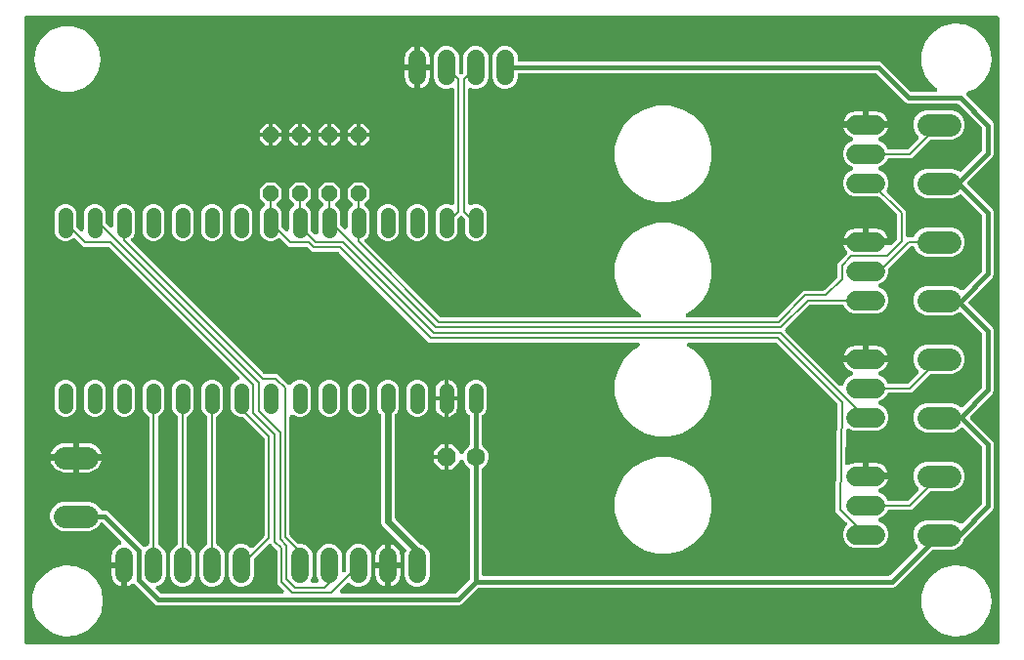
<source format=gbr>
G04 EAGLE Gerber RS-274X export*
G75*
%MOMM*%
%FSLAX34Y34*%
%LPD*%
%INBottom Copper*%
%IPPOS*%
%AMOC8*
5,1,8,0,0,1.08239X$1,22.5*%
G01*
%ADD10P,1.732040X8X202.500000*%
%ADD11C,1.600200*%
%ADD12C,1.676400*%
%ADD13P,1.429621X8X292.500000*%
%ADD14C,1.524000*%
%ADD15C,1.930400*%
%ADD16C,1.308000*%
%ADD17C,0.152400*%
%ADD18C,0.609600*%
%ADD19C,0.406400*%

G36*
X845446Y2543D02*
X845446Y2543D01*
X845464Y2541D01*
X845646Y2562D01*
X845829Y2581D01*
X845846Y2586D01*
X845863Y2588D01*
X846038Y2645D01*
X846214Y2699D01*
X846229Y2707D01*
X846246Y2713D01*
X846406Y2803D01*
X846568Y2891D01*
X846581Y2902D01*
X846597Y2911D01*
X846736Y3031D01*
X846877Y3148D01*
X846888Y3162D01*
X846902Y3174D01*
X847014Y3319D01*
X847129Y3462D01*
X847137Y3478D01*
X847148Y3492D01*
X847230Y3657D01*
X847315Y3819D01*
X847320Y3836D01*
X847328Y3852D01*
X847375Y4031D01*
X847426Y4206D01*
X847428Y4224D01*
X847432Y4241D01*
X847459Y4572D01*
X847459Y545428D01*
X847457Y545446D01*
X847459Y545464D01*
X847438Y545646D01*
X847419Y545829D01*
X847414Y545846D01*
X847412Y545863D01*
X847355Y546038D01*
X847301Y546214D01*
X847293Y546229D01*
X847287Y546246D01*
X847197Y546406D01*
X847109Y546568D01*
X847098Y546581D01*
X847089Y546597D01*
X846969Y546736D01*
X846852Y546877D01*
X846838Y546888D01*
X846826Y546902D01*
X846681Y547014D01*
X846538Y547129D01*
X846522Y547137D01*
X846508Y547148D01*
X846343Y547230D01*
X846181Y547315D01*
X846164Y547320D01*
X846148Y547328D01*
X845969Y547375D01*
X845794Y547426D01*
X845776Y547428D01*
X845759Y547432D01*
X845428Y547459D01*
X4572Y547459D01*
X4554Y547457D01*
X4536Y547459D01*
X4354Y547438D01*
X4171Y547419D01*
X4154Y547414D01*
X4137Y547412D01*
X3962Y547355D01*
X3786Y547301D01*
X3771Y547293D01*
X3754Y547287D01*
X3594Y547197D01*
X3432Y547109D01*
X3419Y547098D01*
X3403Y547089D01*
X3264Y546969D01*
X3123Y546852D01*
X3112Y546838D01*
X3098Y546826D01*
X2986Y546681D01*
X2871Y546538D01*
X2863Y546522D01*
X2852Y546508D01*
X2770Y546343D01*
X2685Y546181D01*
X2680Y546164D01*
X2672Y546148D01*
X2625Y545969D01*
X2574Y545794D01*
X2572Y545776D01*
X2568Y545759D01*
X2541Y545428D01*
X2541Y4572D01*
X2543Y4554D01*
X2541Y4536D01*
X2562Y4354D01*
X2581Y4171D01*
X2586Y4154D01*
X2588Y4137D01*
X2645Y3962D01*
X2699Y3786D01*
X2707Y3771D01*
X2713Y3754D01*
X2803Y3594D01*
X2891Y3432D01*
X2902Y3419D01*
X2911Y3403D01*
X3031Y3264D01*
X3148Y3123D01*
X3162Y3112D01*
X3174Y3098D01*
X3319Y2986D01*
X3462Y2871D01*
X3478Y2863D01*
X3492Y2852D01*
X3657Y2770D01*
X3819Y2685D01*
X3836Y2680D01*
X3852Y2672D01*
X4031Y2625D01*
X4206Y2574D01*
X4224Y2572D01*
X4241Y2568D01*
X4572Y2541D01*
X845428Y2541D01*
X845446Y2543D01*
G37*
%LPC*%
G36*
X117427Y36321D02*
X117427Y36321D01*
X115559Y37095D01*
X97912Y54742D01*
X97865Y54780D01*
X97825Y54824D01*
X97710Y54908D01*
X97600Y54997D01*
X97547Y55025D01*
X97499Y55061D01*
X97370Y55120D01*
X97245Y55186D01*
X97187Y55203D01*
X97133Y55228D01*
X96995Y55260D01*
X96859Y55301D01*
X96799Y55306D01*
X96741Y55320D01*
X96599Y55324D01*
X96458Y55337D01*
X96398Y55331D01*
X96338Y55333D01*
X96199Y55309D01*
X96058Y55294D01*
X96000Y55276D01*
X95941Y55266D01*
X95809Y55215D01*
X95674Y55172D01*
X95621Y55143D01*
X95565Y55122D01*
X95393Y55017D01*
X95321Y54977D01*
X95305Y54963D01*
X95282Y54949D01*
X94492Y54375D01*
X92995Y53613D01*
X91439Y53107D01*
X91439Y70612D01*
X91437Y70630D01*
X91439Y70647D01*
X91418Y70830D01*
X91399Y71012D01*
X91394Y71029D01*
X91392Y71047D01*
X91335Y71222D01*
X91281Y71397D01*
X91273Y71413D01*
X91267Y71430D01*
X91177Y71590D01*
X91089Y71751D01*
X91078Y71765D01*
X91069Y71781D01*
X90949Y71920D01*
X90832Y72061D01*
X90818Y72072D01*
X90806Y72085D01*
X90661Y72198D01*
X90518Y72313D01*
X90502Y72321D01*
X90488Y72332D01*
X90323Y72414D01*
X90247Y72454D01*
X90161Y72606D01*
X90073Y72768D01*
X90062Y72781D01*
X90053Y72797D01*
X89933Y72936D01*
X89815Y73077D01*
X89802Y73088D01*
X89790Y73102D01*
X89645Y73214D01*
X89502Y73329D01*
X89486Y73337D01*
X89472Y73348D01*
X89307Y73430D01*
X89144Y73515D01*
X89127Y73520D01*
X89111Y73528D01*
X88933Y73575D01*
X88758Y73626D01*
X88740Y73628D01*
X88723Y73632D01*
X88392Y73659D01*
X78231Y73659D01*
X78231Y79580D01*
X78494Y81238D01*
X79013Y82835D01*
X79775Y84332D01*
X80762Y85690D01*
X81950Y86878D01*
X83308Y87865D01*
X84805Y88627D01*
X85414Y88825D01*
X85499Y88862D01*
X85588Y88891D01*
X85683Y88943D01*
X85782Y88987D01*
X85859Y89040D01*
X85940Y89085D01*
X86023Y89156D01*
X86112Y89218D01*
X86176Y89285D01*
X86247Y89346D01*
X86314Y89431D01*
X86389Y89510D01*
X86439Y89588D01*
X86497Y89662D01*
X86546Y89759D01*
X86604Y89850D01*
X86637Y89938D01*
X86679Y90021D01*
X86708Y90125D01*
X86747Y90227D01*
X86762Y90319D01*
X86787Y90409D01*
X86795Y90517D01*
X86813Y90624D01*
X86810Y90717D01*
X86816Y90810D01*
X86803Y90918D01*
X86799Y91026D01*
X86778Y91117D01*
X86766Y91210D01*
X86731Y91313D01*
X86706Y91418D01*
X86668Y91503D01*
X86638Y91591D01*
X86584Y91685D01*
X86538Y91784D01*
X86484Y91859D01*
X86437Y91940D01*
X86350Y92043D01*
X86301Y92109D01*
X86265Y92143D01*
X86222Y92193D01*
X71030Y107386D01*
X71019Y107394D01*
X71011Y107405D01*
X70863Y107522D01*
X70718Y107641D01*
X70706Y107647D01*
X70696Y107655D01*
X70528Y107742D01*
X70362Y107829D01*
X70350Y107833D01*
X70338Y107839D01*
X70156Y107891D01*
X69976Y107944D01*
X69963Y107945D01*
X69950Y107949D01*
X69764Y107964D01*
X69575Y107981D01*
X69562Y107979D01*
X69549Y107980D01*
X69364Y107958D01*
X69175Y107937D01*
X69162Y107933D01*
X69149Y107932D01*
X68970Y107872D01*
X68791Y107816D01*
X68780Y107809D01*
X68767Y107805D01*
X68603Y107712D01*
X68439Y107621D01*
X68429Y107612D01*
X68417Y107606D01*
X68276Y107483D01*
X68132Y107360D01*
X68124Y107350D01*
X68114Y107341D01*
X68000Y107193D01*
X67882Y107044D01*
X67876Y107032D01*
X67868Y107022D01*
X67717Y106727D01*
X67663Y106598D01*
X64090Y103025D01*
X59422Y101091D01*
X35066Y101091D01*
X30398Y103025D01*
X26825Y106598D01*
X24891Y111266D01*
X24891Y116318D01*
X26825Y120986D01*
X30398Y124559D01*
X35066Y126493D01*
X59422Y126493D01*
X64090Y124559D01*
X67663Y120986D01*
X68019Y120127D01*
X68030Y120107D01*
X68037Y120086D01*
X68125Y119930D01*
X68209Y119772D01*
X68224Y119755D01*
X68235Y119735D01*
X68352Y119599D01*
X68466Y119461D01*
X68483Y119447D01*
X68498Y119430D01*
X68639Y119321D01*
X68778Y119208D01*
X68798Y119197D01*
X68816Y119184D01*
X68976Y119104D01*
X69135Y119021D01*
X69156Y119014D01*
X69176Y119004D01*
X69350Y118958D01*
X69521Y118908D01*
X69544Y118906D01*
X69565Y118900D01*
X69896Y118873D01*
X72819Y118873D01*
X74687Y118099D01*
X105193Y87593D01*
X105206Y87582D01*
X105218Y87568D01*
X105362Y87454D01*
X105504Y87338D01*
X105520Y87330D01*
X105534Y87319D01*
X105698Y87235D01*
X105860Y87149D01*
X105877Y87144D01*
X105893Y87136D01*
X106070Y87087D01*
X106246Y87035D01*
X106264Y87033D01*
X106281Y87028D01*
X106464Y87015D01*
X106647Y86998D01*
X106665Y87000D01*
X106682Y86999D01*
X106864Y87022D01*
X107047Y87042D01*
X107064Y87047D01*
X107082Y87049D01*
X107255Y87108D01*
X107431Y87163D01*
X107447Y87172D01*
X107463Y87178D01*
X107622Y87269D01*
X107783Y87358D01*
X107797Y87370D01*
X107812Y87379D01*
X108065Y87593D01*
X108257Y87785D01*
X108804Y88011D01*
X109489Y88295D01*
X109509Y88306D01*
X109530Y88313D01*
X109686Y88401D01*
X109844Y88485D01*
X109861Y88500D01*
X109881Y88510D01*
X110016Y88627D01*
X110155Y88742D01*
X110169Y88759D01*
X110186Y88774D01*
X110295Y88915D01*
X110408Y89054D01*
X110419Y89074D01*
X110432Y89092D01*
X110512Y89253D01*
X110595Y89411D01*
X110602Y89432D01*
X110612Y89452D01*
X110658Y89626D01*
X110708Y89797D01*
X110710Y89819D01*
X110716Y89841D01*
X110743Y90172D01*
X110743Y199097D01*
X110741Y199120D01*
X110743Y199142D01*
X110721Y199319D01*
X110703Y199498D01*
X110697Y199519D01*
X110694Y199541D01*
X110638Y199711D01*
X110585Y199883D01*
X110575Y199903D01*
X110568Y199924D01*
X110479Y200079D01*
X110393Y200237D01*
X110379Y200254D01*
X110368Y200273D01*
X110250Y200409D01*
X110136Y200546D01*
X110118Y200560D01*
X110104Y200577D01*
X109962Y200686D01*
X109822Y200798D01*
X109802Y200809D01*
X109784Y200822D01*
X109489Y200974D01*
X108868Y201231D01*
X106171Y203928D01*
X104711Y207453D01*
X104711Y224347D01*
X106171Y227872D01*
X108868Y230569D01*
X112393Y232029D01*
X116207Y232029D01*
X119732Y230569D01*
X122429Y227872D01*
X123889Y224347D01*
X123889Y207453D01*
X122429Y203928D01*
X119732Y201231D01*
X119619Y201184D01*
X119599Y201174D01*
X119578Y201167D01*
X119422Y201079D01*
X119264Y200994D01*
X119247Y200980D01*
X119227Y200969D01*
X119092Y200852D01*
X118953Y200738D01*
X118939Y200720D01*
X118922Y200706D01*
X118813Y200565D01*
X118700Y200425D01*
X118689Y200405D01*
X118676Y200388D01*
X118596Y200227D01*
X118513Y200069D01*
X118506Y200047D01*
X118496Y200027D01*
X118450Y199853D01*
X118400Y199682D01*
X118398Y199660D01*
X118392Y199638D01*
X118365Y199308D01*
X118365Y89961D01*
X118367Y89939D01*
X118365Y89917D01*
X118387Y89739D01*
X118405Y89561D01*
X118411Y89539D01*
X118414Y89517D01*
X118470Y89347D01*
X118523Y89176D01*
X118533Y89156D01*
X118540Y89135D01*
X118629Y88979D01*
X118715Y88822D01*
X118729Y88805D01*
X118740Y88785D01*
X118858Y88650D01*
X118972Y88512D01*
X118990Y88499D01*
X119004Y88482D01*
X119147Y88372D01*
X119286Y88260D01*
X119306Y88250D01*
X119324Y88236D01*
X119619Y88085D01*
X120343Y87784D01*
X123345Y84783D01*
X124969Y80862D01*
X124969Y61378D01*
X123345Y57457D01*
X120343Y54455D01*
X117655Y53342D01*
X117643Y53336D01*
X117630Y53331D01*
X117465Y53240D01*
X117300Y53152D01*
X117290Y53143D01*
X117278Y53137D01*
X117134Y53015D01*
X116989Y52895D01*
X116981Y52885D01*
X116971Y52876D01*
X116855Y52729D01*
X116736Y52583D01*
X116730Y52571D01*
X116721Y52560D01*
X116636Y52393D01*
X116549Y52226D01*
X116545Y52213D01*
X116539Y52201D01*
X116488Y52019D01*
X116436Y51840D01*
X116434Y51826D01*
X116431Y51813D01*
X116417Y51625D01*
X116401Y51439D01*
X116403Y51425D01*
X116402Y51412D01*
X116425Y51224D01*
X116446Y51038D01*
X116450Y51026D01*
X116452Y51012D01*
X116512Y50834D01*
X116569Y50655D01*
X116576Y50643D01*
X116580Y50631D01*
X116674Y50468D01*
X116766Y50304D01*
X116774Y50293D01*
X116781Y50282D01*
X116996Y50029D01*
X119947Y47078D01*
X119968Y47061D01*
X119985Y47040D01*
X120123Y46934D01*
X120259Y46823D01*
X120282Y46810D01*
X120303Y46794D01*
X120460Y46716D01*
X120614Y46634D01*
X120640Y46626D01*
X120664Y46614D01*
X120833Y46569D01*
X121000Y46519D01*
X121027Y46517D01*
X121053Y46510D01*
X121383Y46483D01*
X225394Y46483D01*
X225403Y46484D01*
X225412Y46483D01*
X225604Y46504D01*
X225795Y46523D01*
X225803Y46525D01*
X225812Y46526D01*
X225994Y46584D01*
X226179Y46641D01*
X226187Y46645D01*
X226196Y46648D01*
X226364Y46741D01*
X226533Y46833D01*
X226540Y46838D01*
X226548Y46843D01*
X226695Y46967D01*
X226843Y47090D01*
X226848Y47097D01*
X226855Y47103D01*
X226974Y47254D01*
X227095Y47404D01*
X227099Y47412D01*
X227105Y47419D01*
X227193Y47592D01*
X227281Y47761D01*
X227283Y47770D01*
X227287Y47778D01*
X227339Y47964D01*
X227392Y48148D01*
X227393Y48157D01*
X227395Y48166D01*
X227409Y48359D01*
X227425Y48550D01*
X227424Y48558D01*
X227424Y48567D01*
X227400Y48760D01*
X227378Y48949D01*
X227375Y48958D01*
X227374Y48967D01*
X227313Y49150D01*
X227253Y49332D01*
X227249Y49340D01*
X227246Y49348D01*
X227150Y49514D01*
X227055Y49683D01*
X227049Y49690D01*
X227045Y49697D01*
X226830Y49950D01*
X224314Y52466D01*
X221487Y55293D01*
X221487Y83455D01*
X221485Y83481D01*
X221487Y83508D01*
X221465Y83682D01*
X221447Y83855D01*
X221440Y83881D01*
X221436Y83907D01*
X221381Y84073D01*
X221329Y84240D01*
X221316Y84264D01*
X221308Y84289D01*
X221221Y84441D01*
X221137Y84594D01*
X221120Y84615D01*
X221107Y84638D01*
X220892Y84891D01*
X216712Y89071D01*
X216699Y89082D01*
X216687Y89096D01*
X216543Y89210D01*
X216401Y89326D01*
X216385Y89334D01*
X216371Y89345D01*
X216207Y89429D01*
X216045Y89514D01*
X216028Y89519D01*
X216012Y89528D01*
X215835Y89577D01*
X215659Y89629D01*
X215642Y89631D01*
X215624Y89636D01*
X215441Y89649D01*
X215258Y89666D01*
X215241Y89664D01*
X215223Y89665D01*
X215041Y89642D01*
X214858Y89622D01*
X214841Y89617D01*
X214823Y89615D01*
X214650Y89556D01*
X214474Y89501D01*
X214459Y89492D01*
X214442Y89486D01*
X214282Y89394D01*
X214122Y89306D01*
X214108Y89294D01*
X214093Y89285D01*
X213840Y89071D01*
X201764Y76995D01*
X201747Y76974D01*
X201726Y76956D01*
X201619Y76818D01*
X201509Y76683D01*
X201496Y76659D01*
X201480Y76638D01*
X201402Y76481D01*
X201320Y76327D01*
X201312Y76302D01*
X201300Y76278D01*
X201255Y76108D01*
X201205Y75941D01*
X201203Y75915D01*
X201196Y75889D01*
X201169Y75558D01*
X201169Y61378D01*
X199545Y57457D01*
X196543Y54455D01*
X192622Y52831D01*
X188378Y52831D01*
X184457Y54455D01*
X181455Y57457D01*
X179831Y61378D01*
X179831Y80862D01*
X181455Y84783D01*
X184457Y87785D01*
X188378Y89409D01*
X192622Y89409D01*
X196543Y87785D01*
X197723Y86605D01*
X197737Y86594D01*
X197748Y86580D01*
X197893Y86466D01*
X198035Y86350D01*
X198050Y86341D01*
X198064Y86330D01*
X198229Y86247D01*
X198390Y86161D01*
X198407Y86156D01*
X198423Y86148D01*
X198601Y86099D01*
X198776Y86046D01*
X198794Y86045D01*
X198811Y86040D01*
X198994Y86027D01*
X199177Y86010D01*
X199195Y86012D01*
X199213Y86011D01*
X199395Y86034D01*
X199577Y86053D01*
X199594Y86059D01*
X199612Y86061D01*
X199786Y86119D01*
X199961Y86175D01*
X199977Y86184D01*
X199994Y86189D01*
X200153Y86281D01*
X200314Y86370D01*
X200327Y86381D01*
X200343Y86390D01*
X200596Y86605D01*
X209970Y95980D01*
X209987Y96000D01*
X210008Y96018D01*
X210115Y96156D01*
X210225Y96291D01*
X210238Y96315D01*
X210254Y96336D01*
X210332Y96493D01*
X210414Y96647D01*
X210422Y96672D01*
X210434Y96696D01*
X210479Y96866D01*
X210529Y97033D01*
X210531Y97059D01*
X210538Y97085D01*
X210565Y97416D01*
X210565Y180460D01*
X210563Y180487D01*
X210565Y180513D01*
X210543Y180687D01*
X210525Y180861D01*
X210518Y180886D01*
X210514Y180913D01*
X210459Y181079D01*
X210407Y181246D01*
X210394Y181269D01*
X210386Y181295D01*
X210299Y181446D01*
X210215Y181600D01*
X210198Y181620D01*
X210185Y181643D01*
X209970Y181896D01*
X192690Y199176D01*
X192670Y199193D01*
X192652Y199214D01*
X192514Y199321D01*
X192379Y199431D01*
X192355Y199444D01*
X192334Y199460D01*
X192177Y199538D01*
X192023Y199620D01*
X191998Y199628D01*
X191974Y199640D01*
X191804Y199685D01*
X191637Y199735D01*
X191611Y199737D01*
X191585Y199744D01*
X191254Y199771D01*
X188593Y199771D01*
X185068Y201231D01*
X182371Y203928D01*
X180911Y207453D01*
X180911Y224347D01*
X182371Y227872D01*
X185068Y230569D01*
X187543Y231594D01*
X187555Y231600D01*
X187568Y231604D01*
X187732Y231695D01*
X187898Y231784D01*
X187908Y231793D01*
X187920Y231799D01*
X188063Y231920D01*
X188208Y232041D01*
X188217Y232051D01*
X188227Y232060D01*
X188344Y232207D01*
X188462Y232353D01*
X188468Y232365D01*
X188476Y232376D01*
X188562Y232543D01*
X188649Y232710D01*
X188653Y232722D01*
X188659Y232734D01*
X188709Y232916D01*
X188762Y233096D01*
X188763Y233109D01*
X188767Y233122D01*
X188781Y233311D01*
X188797Y233497D01*
X188795Y233510D01*
X188796Y233524D01*
X188773Y233711D01*
X188752Y233897D01*
X188747Y233910D01*
X188746Y233923D01*
X188686Y234101D01*
X188628Y234281D01*
X188622Y234292D01*
X188618Y234305D01*
X188524Y234468D01*
X188432Y234632D01*
X188423Y234642D01*
X188417Y234654D01*
X188202Y234907D01*
X76232Y346876D01*
X76212Y346893D01*
X76194Y346914D01*
X76056Y347021D01*
X75921Y347131D01*
X75897Y347144D01*
X75876Y347160D01*
X75719Y347238D01*
X75565Y347320D01*
X75540Y347328D01*
X75516Y347340D01*
X75346Y347385D01*
X75179Y347435D01*
X75153Y347437D01*
X75127Y347444D01*
X74796Y347471D01*
X53540Y347471D01*
X50712Y350298D01*
X46892Y354119D01*
X46878Y354130D01*
X46867Y354144D01*
X46722Y354258D01*
X46580Y354374D01*
X46565Y354382D01*
X46551Y354393D01*
X46387Y354477D01*
X46225Y354563D01*
X46208Y354568D01*
X46192Y354576D01*
X46015Y354625D01*
X45839Y354677D01*
X45821Y354679D01*
X45804Y354684D01*
X45621Y354697D01*
X45438Y354714D01*
X45420Y354712D01*
X45402Y354713D01*
X45221Y354690D01*
X45038Y354670D01*
X45020Y354665D01*
X45003Y354663D01*
X44829Y354604D01*
X44654Y354549D01*
X44638Y354540D01*
X44621Y354534D01*
X44462Y354443D01*
X44301Y354354D01*
X44288Y354342D01*
X44272Y354334D01*
X44019Y354119D01*
X43532Y353631D01*
X40007Y352171D01*
X36193Y352171D01*
X32668Y353631D01*
X29971Y356328D01*
X28511Y359853D01*
X28511Y376747D01*
X29971Y380272D01*
X32668Y382969D01*
X36193Y384429D01*
X40007Y384429D01*
X43532Y382969D01*
X46229Y380272D01*
X47689Y376747D01*
X47689Y364942D01*
X47691Y364915D01*
X47689Y364888D01*
X47711Y364715D01*
X47729Y364541D01*
X47736Y364516D01*
X47740Y364489D01*
X47795Y364323D01*
X47847Y364156D01*
X47860Y364133D01*
X47868Y364107D01*
X47955Y363956D01*
X48039Y363802D01*
X48056Y363782D01*
X48069Y363758D01*
X48284Y363505D01*
X50444Y361345D01*
X50451Y361340D01*
X50456Y361333D01*
X50606Y361213D01*
X50755Y361090D01*
X50763Y361086D01*
X50770Y361081D01*
X50941Y360992D01*
X51111Y360902D01*
X51119Y360899D01*
X51127Y360895D01*
X51313Y360842D01*
X51497Y360787D01*
X51506Y360786D01*
X51514Y360784D01*
X51706Y360768D01*
X51898Y360751D01*
X51907Y360752D01*
X51916Y360751D01*
X52105Y360773D01*
X52298Y360794D01*
X52307Y360797D01*
X52315Y360798D01*
X52497Y360857D01*
X52682Y360915D01*
X52690Y360920D01*
X52698Y360923D01*
X52867Y361018D01*
X53034Y361110D01*
X53041Y361116D01*
X53049Y361120D01*
X53195Y361246D01*
X53341Y361371D01*
X53347Y361378D01*
X53354Y361384D01*
X53471Y361535D01*
X53591Y361687D01*
X53595Y361695D01*
X53600Y361702D01*
X53686Y361874D01*
X53773Y362046D01*
X53776Y362054D01*
X53780Y362062D01*
X53830Y362248D01*
X53881Y362434D01*
X53882Y362442D01*
X53884Y362451D01*
X53911Y362782D01*
X53911Y376747D01*
X55371Y380272D01*
X58068Y382969D01*
X61593Y384429D01*
X65407Y384429D01*
X68932Y382969D01*
X71629Y380272D01*
X73089Y376747D01*
X73089Y368106D01*
X73091Y368079D01*
X73089Y368052D01*
X73111Y367878D01*
X73129Y367705D01*
X73136Y367680D01*
X73140Y367653D01*
X73196Y367487D01*
X73247Y367320D01*
X73259Y367297D01*
X73268Y367271D01*
X73355Y367120D01*
X73439Y366966D01*
X73456Y366946D01*
X73469Y366922D01*
X73684Y366669D01*
X75844Y364509D01*
X75851Y364504D01*
X75856Y364497D01*
X76006Y364376D01*
X76155Y364254D01*
X76163Y364250D01*
X76170Y364244D01*
X76340Y364156D01*
X76511Y364066D01*
X76520Y364063D01*
X76527Y364059D01*
X76712Y364006D01*
X76897Y363951D01*
X76906Y363950D01*
X76914Y363948D01*
X77105Y363932D01*
X77298Y363914D01*
X77307Y363915D01*
X77316Y363915D01*
X77505Y363937D01*
X77698Y363958D01*
X77707Y363961D01*
X77715Y363962D01*
X77897Y364021D01*
X78082Y364079D01*
X78090Y364084D01*
X78098Y364086D01*
X78265Y364181D01*
X78434Y364274D01*
X78441Y364280D01*
X78449Y364284D01*
X78594Y364409D01*
X78741Y364535D01*
X78747Y364542D01*
X78754Y364547D01*
X78871Y364699D01*
X78991Y364851D01*
X78995Y364859D01*
X79000Y364866D01*
X79086Y365038D01*
X79173Y365209D01*
X79176Y365218D01*
X79180Y365226D01*
X79230Y365412D01*
X79281Y365597D01*
X79282Y365606D01*
X79284Y365615D01*
X79311Y365946D01*
X79311Y376747D01*
X80771Y380272D01*
X83468Y382969D01*
X86993Y384429D01*
X90807Y384429D01*
X94332Y382969D01*
X97029Y380272D01*
X98489Y376747D01*
X98489Y359853D01*
X97029Y356328D01*
X95334Y354634D01*
X95323Y354620D01*
X95309Y354608D01*
X95195Y354464D01*
X95079Y354322D01*
X95071Y354306D01*
X95060Y354292D01*
X94976Y354128D01*
X94890Y353966D01*
X94885Y353949D01*
X94877Y353933D01*
X94828Y353756D01*
X94776Y353581D01*
X94774Y353563D01*
X94769Y353546D01*
X94756Y353362D01*
X94739Y353180D01*
X94741Y353162D01*
X94740Y353144D01*
X94763Y352962D01*
X94783Y352779D01*
X94788Y352762D01*
X94790Y352745D01*
X94849Y352571D01*
X94904Y352395D01*
X94913Y352380D01*
X94919Y352363D01*
X95010Y352204D01*
X95099Y352043D01*
X95111Y352029D01*
X95119Y352014D01*
X95334Y351761D01*
X209772Y237324D01*
X209792Y237307D01*
X209810Y237286D01*
X209948Y237179D01*
X210083Y237069D01*
X210107Y237056D01*
X210128Y237040D01*
X210285Y236962D01*
X210439Y236880D01*
X210464Y236872D01*
X210488Y236860D01*
X210658Y236815D01*
X210825Y236765D01*
X210851Y236763D01*
X210877Y236756D01*
X211208Y236729D01*
X222050Y236729D01*
X229584Y229196D01*
X230603Y228176D01*
X230617Y228165D01*
X230628Y228151D01*
X230772Y228038D01*
X230914Y227921D01*
X230930Y227913D01*
X230944Y227902D01*
X231108Y227818D01*
X231270Y227732D01*
X231287Y227727D01*
X231303Y227719D01*
X231480Y227670D01*
X231656Y227618D01*
X231674Y227616D01*
X231691Y227611D01*
X231874Y227598D01*
X232057Y227581D01*
X232075Y227583D01*
X232093Y227582D01*
X232275Y227605D01*
X232457Y227625D01*
X232474Y227630D01*
X232492Y227632D01*
X232666Y227691D01*
X232841Y227746D01*
X232857Y227755D01*
X232874Y227761D01*
X233032Y227852D01*
X233194Y227941D01*
X233207Y227953D01*
X233223Y227961D01*
X233476Y228176D01*
X235868Y230569D01*
X239393Y232029D01*
X243207Y232029D01*
X246732Y230569D01*
X249429Y227872D01*
X250889Y224347D01*
X250889Y207453D01*
X249429Y203928D01*
X246732Y201231D01*
X243207Y199771D01*
X239393Y199771D01*
X235868Y201231D01*
X235866Y201234D01*
X235716Y201354D01*
X235567Y201476D01*
X235559Y201480D01*
X235552Y201486D01*
X235382Y201574D01*
X235211Y201665D01*
X235203Y201667D01*
X235195Y201672D01*
X235010Y201725D01*
X234825Y201780D01*
X234816Y201780D01*
X234808Y201783D01*
X234616Y201799D01*
X234424Y201816D01*
X234415Y201815D01*
X234406Y201816D01*
X234216Y201793D01*
X234024Y201773D01*
X234016Y201770D01*
X234007Y201769D01*
X233823Y201709D01*
X233640Y201651D01*
X233632Y201647D01*
X233624Y201644D01*
X233455Y201549D01*
X233288Y201456D01*
X233281Y201451D01*
X233273Y201446D01*
X233127Y201320D01*
X232981Y201196D01*
X232975Y201189D01*
X232968Y201183D01*
X232851Y201032D01*
X232731Y200880D01*
X232727Y200872D01*
X232722Y200865D01*
X232636Y200693D01*
X232549Y200521D01*
X232546Y200512D01*
X232542Y200504D01*
X232492Y200318D01*
X232441Y200133D01*
X232440Y200124D01*
X232438Y200116D01*
X232411Y199785D01*
X232411Y97924D01*
X232413Y97897D01*
X232411Y97871D01*
X232433Y97697D01*
X232451Y97523D01*
X232458Y97498D01*
X232462Y97471D01*
X232517Y97305D01*
X232569Y97138D01*
X232582Y97115D01*
X232590Y97089D01*
X232677Y96938D01*
X232761Y96784D01*
X232778Y96764D01*
X232791Y96741D01*
X233006Y96488D01*
X239490Y90004D01*
X239510Y89987D01*
X239528Y89966D01*
X239666Y89859D01*
X239801Y89749D01*
X239825Y89736D01*
X239846Y89720D01*
X240003Y89642D01*
X240157Y89560D01*
X240182Y89552D01*
X240206Y89540D01*
X240376Y89495D01*
X240543Y89445D01*
X240569Y89443D01*
X240595Y89436D01*
X240926Y89409D01*
X243422Y89409D01*
X247343Y87785D01*
X250345Y84783D01*
X251969Y80862D01*
X251969Y61378D01*
X250750Y58435D01*
X250746Y58422D01*
X250740Y58411D01*
X250688Y58231D01*
X250633Y58050D01*
X250632Y58037D01*
X250628Y58024D01*
X250613Y57836D01*
X250595Y57649D01*
X250597Y57636D01*
X250596Y57622D01*
X250618Y57435D01*
X250637Y57249D01*
X250641Y57236D01*
X250642Y57223D01*
X250701Y57043D01*
X250757Y56864D01*
X250763Y56853D01*
X250767Y56840D01*
X250860Y56675D01*
X250950Y56511D01*
X250959Y56501D01*
X250965Y56489D01*
X251088Y56347D01*
X251209Y56203D01*
X251220Y56195D01*
X251228Y56184D01*
X251377Y56069D01*
X251524Y55952D01*
X251536Y55946D01*
X251546Y55938D01*
X251715Y55854D01*
X251882Y55768D01*
X251895Y55764D01*
X251907Y55758D01*
X252090Y55709D01*
X252270Y55658D01*
X252283Y55657D01*
X252296Y55654D01*
X252627Y55627D01*
X255373Y55627D01*
X255387Y55628D01*
X255400Y55627D01*
X255586Y55648D01*
X255774Y55667D01*
X255787Y55671D01*
X255800Y55672D01*
X255979Y55730D01*
X256159Y55785D01*
X256171Y55791D01*
X256184Y55795D01*
X256348Y55887D01*
X256513Y55977D01*
X256523Y55985D01*
X256535Y55992D01*
X256678Y56114D01*
X256822Y56234D01*
X256831Y56245D01*
X256841Y56253D01*
X256957Y56401D01*
X257075Y56548D01*
X257081Y56560D01*
X257089Y56570D01*
X257174Y56739D01*
X257260Y56905D01*
X257264Y56918D01*
X257270Y56930D01*
X257319Y57111D01*
X257372Y57292D01*
X257373Y57306D01*
X257376Y57319D01*
X257389Y57507D01*
X257404Y57694D01*
X257403Y57707D01*
X257404Y57720D01*
X257379Y57908D01*
X257358Y58093D01*
X257353Y58106D01*
X257352Y58119D01*
X257250Y58435D01*
X256031Y61378D01*
X256031Y80862D01*
X257655Y84783D01*
X260657Y87785D01*
X264578Y89409D01*
X268822Y89409D01*
X272743Y87785D01*
X275745Y84783D01*
X277369Y80862D01*
X277369Y66682D01*
X277370Y66673D01*
X277369Y66664D01*
X277390Y66471D01*
X277409Y66281D01*
X277411Y66273D01*
X277412Y66264D01*
X277471Y66079D01*
X277527Y65896D01*
X277531Y65888D01*
X277534Y65880D01*
X277627Y65712D01*
X277719Y65542D01*
X277724Y65535D01*
X277729Y65528D01*
X277853Y65380D01*
X277976Y65233D01*
X277983Y65227D01*
X277989Y65221D01*
X278141Y65101D01*
X278290Y64981D01*
X278298Y64976D01*
X278305Y64971D01*
X278478Y64883D01*
X278647Y64795D01*
X278656Y64793D01*
X278664Y64789D01*
X278850Y64737D01*
X279034Y64684D01*
X279043Y64683D01*
X279052Y64681D01*
X279245Y64666D01*
X279436Y64651D01*
X279444Y64652D01*
X279453Y64651D01*
X279646Y64675D01*
X279835Y64698D01*
X279844Y64700D01*
X279853Y64702D01*
X280035Y64763D01*
X280218Y64823D01*
X280226Y64827D01*
X280234Y64830D01*
X280401Y64926D01*
X280569Y65020D01*
X280576Y65026D01*
X280583Y65031D01*
X280836Y65245D01*
X280853Y65266D01*
X280874Y65284D01*
X280981Y65422D01*
X281091Y65557D01*
X281104Y65581D01*
X281120Y65602D01*
X281198Y65759D01*
X281280Y65913D01*
X281288Y65938D01*
X281300Y65962D01*
X281345Y66132D01*
X281395Y66299D01*
X281397Y66325D01*
X281404Y66351D01*
X281431Y66682D01*
X281431Y80862D01*
X283055Y84783D01*
X286057Y87785D01*
X289978Y89409D01*
X294222Y89409D01*
X298143Y87785D01*
X301145Y84783D01*
X302769Y80862D01*
X302769Y61378D01*
X301145Y57457D01*
X298143Y54455D01*
X294222Y52831D01*
X289978Y52831D01*
X286057Y54455D01*
X284877Y55635D01*
X284863Y55646D01*
X284852Y55660D01*
X284707Y55774D01*
X284565Y55890D01*
X284550Y55899D01*
X284536Y55910D01*
X284371Y55993D01*
X284210Y56079D01*
X284193Y56084D01*
X284177Y56092D01*
X283999Y56141D01*
X283824Y56194D01*
X283806Y56195D01*
X283789Y56200D01*
X283606Y56213D01*
X283423Y56230D01*
X283405Y56228D01*
X283387Y56229D01*
X283205Y56206D01*
X283023Y56187D01*
X283006Y56181D01*
X282988Y56179D01*
X282814Y56121D01*
X282639Y56065D01*
X282623Y56056D01*
X282606Y56051D01*
X282447Y55959D01*
X282286Y55870D01*
X282273Y55859D01*
X282257Y55850D01*
X282004Y55635D01*
X276319Y49950D01*
X276314Y49943D01*
X276307Y49938D01*
X276187Y49788D01*
X276064Y49639D01*
X276060Y49631D01*
X276055Y49624D01*
X275966Y49453D01*
X275876Y49283D01*
X275873Y49275D01*
X275869Y49267D01*
X275815Y49080D01*
X275761Y48897D01*
X275760Y48888D01*
X275758Y48880D01*
X275742Y48688D01*
X275725Y48496D01*
X275726Y48487D01*
X275725Y48478D01*
X275747Y48289D01*
X275768Y48096D01*
X275771Y48087D01*
X275772Y48079D01*
X275831Y47897D01*
X275889Y47712D01*
X275894Y47704D01*
X275897Y47696D01*
X275992Y47527D01*
X276084Y47360D01*
X276090Y47353D01*
X276094Y47345D01*
X276220Y47199D01*
X276345Y47053D01*
X276352Y47047D01*
X276358Y47040D01*
X276509Y46923D01*
X276661Y46803D01*
X276669Y46799D01*
X276676Y46794D01*
X276848Y46708D01*
X277020Y46621D01*
X277028Y46618D01*
X277036Y46614D01*
X277223Y46564D01*
X277408Y46513D01*
X277416Y46512D01*
X277425Y46510D01*
X277756Y46483D01*
X375260Y46483D01*
X375287Y46485D01*
X375313Y46483D01*
X375487Y46505D01*
X375661Y46523D01*
X375686Y46530D01*
X375713Y46534D01*
X375879Y46589D01*
X376046Y46641D01*
X376069Y46654D01*
X376095Y46662D01*
X376246Y46749D01*
X376400Y46833D01*
X376420Y46850D01*
X376443Y46863D01*
X376696Y47078D01*
X388024Y58406D01*
X388041Y58426D01*
X388062Y58444D01*
X388169Y58582D01*
X388279Y58717D01*
X388292Y58741D01*
X388308Y58762D01*
X388386Y58919D01*
X388468Y59073D01*
X388476Y59098D01*
X388488Y59122D01*
X388533Y59292D01*
X388583Y59459D01*
X388585Y59485D01*
X388592Y59511D01*
X388619Y59842D01*
X388619Y153887D01*
X388617Y153909D01*
X388619Y153932D01*
X388597Y154109D01*
X388579Y154288D01*
X388573Y154309D01*
X388570Y154331D01*
X388514Y154502D01*
X388461Y154673D01*
X388451Y154692D01*
X388444Y154714D01*
X388355Y154869D01*
X388269Y155027D01*
X388255Y155044D01*
X388244Y155063D01*
X388126Y155198D01*
X388012Y155336D01*
X387994Y155350D01*
X387980Y155367D01*
X387837Y155476D01*
X387698Y155588D01*
X387678Y155599D01*
X387660Y155612D01*
X387456Y155717D01*
X384332Y158841D01*
X383258Y161436D01*
X383256Y161440D01*
X383254Y161444D01*
X383161Y161617D01*
X383067Y161791D01*
X383065Y161794D01*
X383062Y161798D01*
X382938Y161947D01*
X382811Y162101D01*
X382808Y162104D01*
X382805Y162107D01*
X382652Y162230D01*
X382498Y162355D01*
X382494Y162357D01*
X382491Y162360D01*
X382318Y162450D01*
X382142Y162542D01*
X382138Y162543D01*
X382134Y162545D01*
X381945Y162599D01*
X381755Y162655D01*
X381751Y162655D01*
X381747Y162657D01*
X381549Y162673D01*
X381354Y162690D01*
X381350Y162689D01*
X381345Y162689D01*
X381151Y162667D01*
X380954Y162644D01*
X380950Y162643D01*
X380946Y162643D01*
X380759Y162582D01*
X380571Y162521D01*
X380567Y162519D01*
X380563Y162518D01*
X380390Y162420D01*
X380219Y162325D01*
X380216Y162322D01*
X380212Y162320D01*
X380063Y162191D01*
X379914Y162063D01*
X379911Y162060D01*
X379907Y162057D01*
X379787Y161902D01*
X379665Y161746D01*
X379663Y161742D01*
X379661Y161739D01*
X379572Y161561D01*
X379485Y161386D01*
X379483Y161382D01*
X379481Y161378D01*
X379430Y161186D01*
X379378Y160998D01*
X379378Y160994D01*
X379377Y160989D01*
X379350Y160659D01*
X379350Y160523D01*
X372877Y154050D01*
X370331Y154050D01*
X370331Y165100D01*
X370331Y176150D01*
X372877Y176150D01*
X379350Y169677D01*
X379350Y169541D01*
X379350Y169537D01*
X379350Y169533D01*
X379370Y169339D01*
X379390Y169141D01*
X379391Y169137D01*
X379391Y169132D01*
X379450Y168945D01*
X379508Y168756D01*
X379510Y168752D01*
X379511Y168748D01*
X379605Y168576D01*
X379700Y168402D01*
X379702Y168398D01*
X379705Y168395D01*
X379832Y168243D01*
X379957Y168093D01*
X379961Y168090D01*
X379964Y168086D01*
X380118Y167963D01*
X380271Y167840D01*
X380275Y167838D01*
X380278Y167835D01*
X380453Y167746D01*
X380628Y167655D01*
X380633Y167654D01*
X380637Y167652D01*
X380824Y167598D01*
X381015Y167543D01*
X381020Y167543D01*
X381024Y167542D01*
X381217Y167527D01*
X381417Y167511D01*
X381421Y167511D01*
X381425Y167511D01*
X381619Y167534D01*
X381816Y167557D01*
X381821Y167559D01*
X381825Y167559D01*
X382010Y167621D01*
X382199Y167682D01*
X382203Y167685D01*
X382207Y167686D01*
X382379Y167784D01*
X382550Y167880D01*
X382553Y167883D01*
X382557Y167885D01*
X382708Y168017D01*
X382854Y168143D01*
X382857Y168147D01*
X382861Y168150D01*
X382981Y168306D01*
X383101Y168461D01*
X383103Y168465D01*
X383106Y168469D01*
X383258Y168764D01*
X384332Y171359D01*
X387454Y174481D01*
X387562Y174542D01*
X387720Y174626D01*
X387737Y174641D01*
X387757Y174652D01*
X387892Y174769D01*
X388031Y174883D01*
X388045Y174900D01*
X388062Y174915D01*
X388171Y175056D01*
X388284Y175195D01*
X388295Y175215D01*
X388308Y175233D01*
X388388Y175393D01*
X388471Y175552D01*
X388478Y175573D01*
X388488Y175593D01*
X388534Y175767D01*
X388584Y175938D01*
X388586Y175960D01*
X388592Y175982D01*
X388619Y176313D01*
X388619Y200039D01*
X388617Y200065D01*
X388619Y200092D01*
X388597Y200266D01*
X388579Y200439D01*
X388572Y200465D01*
X388568Y200492D01*
X388512Y200657D01*
X388461Y200824D01*
X388448Y200848D01*
X388440Y200873D01*
X388353Y201025D01*
X388269Y201178D01*
X388252Y201199D01*
X388239Y201222D01*
X388024Y201475D01*
X385571Y203928D01*
X384111Y207453D01*
X384111Y224347D01*
X385571Y227872D01*
X388268Y230569D01*
X391793Y232029D01*
X395607Y232029D01*
X399132Y230569D01*
X401829Y227872D01*
X403289Y224347D01*
X403289Y207453D01*
X401829Y203928D01*
X399376Y201475D01*
X399359Y201454D01*
X399338Y201437D01*
X399231Y201299D01*
X399121Y201164D01*
X399108Y201140D01*
X399092Y201119D01*
X399014Y200962D01*
X398932Y200808D01*
X398924Y200782D01*
X398912Y200758D01*
X398867Y200589D01*
X398817Y200422D01*
X398815Y200395D01*
X398808Y200370D01*
X398781Y200039D01*
X398781Y176313D01*
X398783Y176291D01*
X398781Y176268D01*
X398803Y176091D01*
X398821Y175912D01*
X398827Y175891D01*
X398830Y175869D01*
X398886Y175698D01*
X398939Y175527D01*
X398949Y175508D01*
X398956Y175486D01*
X399045Y175331D01*
X399131Y175173D01*
X399145Y175156D01*
X399156Y175137D01*
X399274Y175002D01*
X399388Y174864D01*
X399406Y174850D01*
X399420Y174833D01*
X399563Y174724D01*
X399702Y174612D01*
X399722Y174601D01*
X399740Y174588D01*
X399944Y174483D01*
X403068Y171359D01*
X404750Y167298D01*
X404750Y162902D01*
X403068Y158841D01*
X399946Y155719D01*
X399838Y155658D01*
X399680Y155574D01*
X399663Y155559D01*
X399643Y155548D01*
X399508Y155431D01*
X399369Y155317D01*
X399355Y155300D01*
X399338Y155285D01*
X399229Y155144D01*
X399116Y155005D01*
X399105Y154985D01*
X399092Y154967D01*
X399012Y154807D01*
X398929Y154648D01*
X398922Y154627D01*
X398912Y154607D01*
X398866Y154433D01*
X398816Y154262D01*
X398814Y154240D01*
X398808Y154218D01*
X398781Y153887D01*
X398781Y64008D01*
X398783Y63990D01*
X398781Y63972D01*
X398802Y63790D01*
X398821Y63607D01*
X398826Y63590D01*
X398828Y63573D01*
X398885Y63398D01*
X398939Y63222D01*
X398947Y63207D01*
X398953Y63190D01*
X399043Y63030D01*
X399131Y62868D01*
X399142Y62855D01*
X399151Y62839D01*
X399271Y62700D01*
X399388Y62559D01*
X399402Y62548D01*
X399414Y62534D01*
X399559Y62422D01*
X399702Y62307D01*
X399718Y62299D01*
X399732Y62288D01*
X399897Y62206D01*
X400059Y62121D01*
X400076Y62116D01*
X400092Y62108D01*
X400271Y62061D01*
X400446Y62010D01*
X400464Y62008D01*
X400481Y62004D01*
X400812Y61977D01*
X751434Y61977D01*
X751461Y61979D01*
X751487Y61977D01*
X751661Y61999D01*
X751835Y62017D01*
X751860Y62024D01*
X751887Y62028D01*
X752053Y62083D01*
X752220Y62135D01*
X752243Y62148D01*
X752269Y62156D01*
X752420Y62243D01*
X752574Y62327D01*
X752594Y62344D01*
X752617Y62357D01*
X752870Y62572D01*
X776184Y85886D01*
X776196Y85899D01*
X776209Y85911D01*
X776323Y86055D01*
X776439Y86197D01*
X776448Y86213D01*
X776459Y86227D01*
X776542Y86390D01*
X776628Y86553D01*
X776633Y86570D01*
X776641Y86586D01*
X776691Y86763D01*
X776743Y86939D01*
X776744Y86956D01*
X776749Y86974D01*
X776763Y87157D01*
X776779Y87340D01*
X776777Y87357D01*
X776779Y87375D01*
X776756Y87557D01*
X776736Y87740D01*
X776730Y87757D01*
X776728Y87775D01*
X776670Y87948D01*
X776614Y88124D01*
X776606Y88139D01*
X776600Y88156D01*
X776508Y88315D01*
X776419Y88476D01*
X776408Y88490D01*
X776399Y88505D01*
X776184Y88758D01*
X774601Y90342D01*
X772667Y95010D01*
X772667Y100062D01*
X774601Y104730D01*
X778174Y108303D01*
X778223Y108324D01*
X782842Y110237D01*
X807198Y110237D01*
X811866Y108303D01*
X812691Y107479D01*
X812705Y107467D01*
X812716Y107454D01*
X812860Y107340D01*
X813002Y107224D01*
X813018Y107215D01*
X813032Y107204D01*
X813196Y107121D01*
X813358Y107035D01*
X813375Y107030D01*
X813391Y107022D01*
X813568Y106972D01*
X813744Y106920D01*
X813762Y106918D01*
X813779Y106914D01*
X813962Y106900D01*
X814145Y106884D01*
X814163Y106886D01*
X814181Y106884D01*
X814363Y106907D01*
X814545Y106927D01*
X814562Y106932D01*
X814580Y106935D01*
X814754Y106993D01*
X814929Y107049D01*
X814945Y107057D01*
X814962Y107063D01*
X815120Y107154D01*
X815281Y107243D01*
X815295Y107255D01*
X815311Y107264D01*
X815564Y107479D01*
X832016Y123931D01*
X832033Y123952D01*
X832054Y123970D01*
X832161Y124107D01*
X832271Y124243D01*
X832284Y124266D01*
X832300Y124288D01*
X832378Y124445D01*
X832460Y124599D01*
X832468Y124624D01*
X832480Y124648D01*
X832525Y124818D01*
X832575Y124984D01*
X832577Y125011D01*
X832584Y125037D01*
X832611Y125368D01*
X832611Y172828D01*
X832609Y172855D01*
X832611Y172882D01*
X832589Y173056D01*
X832571Y173229D01*
X832564Y173254D01*
X832560Y173281D01*
X832505Y173447D01*
X832453Y173614D01*
X832440Y173637D01*
X832432Y173663D01*
X832345Y173814D01*
X832261Y173968D01*
X832244Y173988D01*
X832231Y174012D01*
X832016Y174265D01*
X816326Y189955D01*
X816312Y189967D01*
X816300Y189980D01*
X816156Y190094D01*
X816014Y190210D01*
X815998Y190219D01*
X815984Y190230D01*
X815820Y190313D01*
X815658Y190399D01*
X815641Y190404D01*
X815625Y190412D01*
X815448Y190462D01*
X815272Y190514D01*
X815255Y190516D01*
X815237Y190520D01*
X815054Y190534D01*
X814871Y190550D01*
X814854Y190548D01*
X814836Y190550D01*
X814654Y190527D01*
X814471Y190507D01*
X814454Y190502D01*
X814436Y190499D01*
X814263Y190441D01*
X814087Y190385D01*
X814072Y190377D01*
X814055Y190371D01*
X813896Y190280D01*
X813735Y190191D01*
X813721Y190179D01*
X813706Y190170D01*
X813453Y189955D01*
X811866Y188369D01*
X809109Y187226D01*
X809108Y187226D01*
X807198Y186435D01*
X782842Y186435D01*
X778174Y188369D01*
X774601Y191942D01*
X772667Y196610D01*
X772667Y201662D01*
X774601Y206330D01*
X778174Y209903D01*
X782842Y211837D01*
X807198Y211837D01*
X811866Y209903D01*
X813072Y208698D01*
X813086Y208686D01*
X813097Y208673D01*
X813242Y208559D01*
X813383Y208443D01*
X813399Y208434D01*
X813413Y208423D01*
X813578Y208340D01*
X813739Y208254D01*
X813756Y208249D01*
X813772Y208241D01*
X813950Y208191D01*
X814125Y208139D01*
X814143Y208137D01*
X814160Y208133D01*
X814343Y208119D01*
X814526Y208103D01*
X814544Y208105D01*
X814562Y208103D01*
X814744Y208126D01*
X814926Y208146D01*
X814943Y208151D01*
X814961Y208154D01*
X815135Y208212D01*
X815310Y208268D01*
X815326Y208276D01*
X815343Y208282D01*
X815502Y208374D01*
X815663Y208462D01*
X815676Y208474D01*
X815692Y208483D01*
X815945Y208698D01*
X832016Y224769D01*
X832033Y224790D01*
X832054Y224808D01*
X832161Y224945D01*
X832271Y225081D01*
X832284Y225104D01*
X832300Y225126D01*
X832378Y225283D01*
X832460Y225437D01*
X832468Y225462D01*
X832480Y225486D01*
X832525Y225656D01*
X832575Y225822D01*
X832577Y225849D01*
X832584Y225875D01*
X832611Y226206D01*
X832611Y271120D01*
X832609Y271147D01*
X832611Y271173D01*
X832589Y271347D01*
X832571Y271521D01*
X832564Y271546D01*
X832560Y271573D01*
X832505Y271739D01*
X832453Y271906D01*
X832440Y271929D01*
X832432Y271955D01*
X832345Y272106D01*
X832261Y272260D01*
X832244Y272280D01*
X832231Y272303D01*
X832016Y272556D01*
X814671Y289901D01*
X814658Y289913D01*
X814646Y289926D01*
X814502Y290040D01*
X814360Y290156D01*
X814344Y290165D01*
X814330Y290176D01*
X814166Y290259D01*
X814004Y290345D01*
X813987Y290350D01*
X813971Y290358D01*
X813794Y290408D01*
X813618Y290460D01*
X813601Y290461D01*
X813583Y290466D01*
X813400Y290480D01*
X813217Y290496D01*
X813200Y290494D01*
X813182Y290496D01*
X813000Y290473D01*
X812817Y290453D01*
X812800Y290447D01*
X812782Y290445D01*
X812609Y290387D01*
X812433Y290331D01*
X812418Y290323D01*
X812401Y290317D01*
X812241Y290225D01*
X812081Y290136D01*
X812067Y290125D01*
X812052Y290116D01*
X811890Y289979D01*
X807198Y288035D01*
X782842Y288035D01*
X778174Y289969D01*
X774601Y293542D01*
X772667Y298210D01*
X772667Y303262D01*
X774601Y307930D01*
X778174Y311503D01*
X782842Y313437D01*
X807198Y313437D01*
X811866Y311503D01*
X813453Y309917D01*
X813467Y309905D01*
X813478Y309892D01*
X813623Y309778D01*
X813764Y309662D01*
X813780Y309653D01*
X813794Y309642D01*
X813959Y309559D01*
X814120Y309473D01*
X814137Y309468D01*
X814153Y309460D01*
X814331Y309410D01*
X814506Y309358D01*
X814524Y309356D01*
X814541Y309352D01*
X814724Y309338D01*
X814907Y309322D01*
X814925Y309324D01*
X814943Y309322D01*
X815125Y309345D01*
X815307Y309365D01*
X815324Y309370D01*
X815342Y309373D01*
X815516Y309431D01*
X815691Y309487D01*
X815707Y309495D01*
X815724Y309501D01*
X815883Y309593D01*
X816044Y309681D01*
X816057Y309693D01*
X816073Y309702D01*
X816326Y309917D01*
X832016Y325607D01*
X832033Y325628D01*
X832054Y325646D01*
X832161Y325783D01*
X832271Y325919D01*
X832284Y325942D01*
X832300Y325964D01*
X832378Y326121D01*
X832460Y326275D01*
X832468Y326300D01*
X832480Y326324D01*
X832525Y326494D01*
X832575Y326660D01*
X832577Y326687D01*
X832584Y326713D01*
X832611Y327044D01*
X832611Y373482D01*
X832609Y373509D01*
X832611Y373535D01*
X832589Y373709D01*
X832571Y373883D01*
X832564Y373908D01*
X832560Y373935D01*
X832505Y374101D01*
X832453Y374268D01*
X832440Y374291D01*
X832432Y374317D01*
X832345Y374468D01*
X832261Y374622D01*
X832244Y374642D01*
X832231Y374665D01*
X832016Y374918D01*
X815052Y391882D01*
X815039Y391894D01*
X815027Y391907D01*
X814883Y392021D01*
X814741Y392137D01*
X814725Y392146D01*
X814711Y392157D01*
X814547Y392240D01*
X814385Y392326D01*
X814368Y392331D01*
X814352Y392339D01*
X814175Y392389D01*
X813999Y392441D01*
X813982Y392442D01*
X813964Y392447D01*
X813781Y392461D01*
X813598Y392477D01*
X813581Y392475D01*
X813563Y392477D01*
X813381Y392454D01*
X813198Y392434D01*
X813181Y392428D01*
X813163Y392426D01*
X812990Y392368D01*
X812814Y392312D01*
X812799Y392304D01*
X812782Y392298D01*
X812622Y392206D01*
X812462Y392117D01*
X812448Y392106D01*
X812433Y392097D01*
X812180Y391882D01*
X811866Y391569D01*
X807198Y389635D01*
X782842Y389635D01*
X778174Y391569D01*
X774601Y395142D01*
X772667Y399810D01*
X772667Y404862D01*
X774601Y409530D01*
X778174Y413103D01*
X782842Y415037D01*
X807198Y415037D01*
X811866Y413103D01*
X811929Y413041D01*
X811943Y413029D01*
X811954Y413016D01*
X812099Y412902D01*
X812240Y412786D01*
X812256Y412777D01*
X812270Y412766D01*
X812435Y412683D01*
X812596Y412597D01*
X812613Y412592D01*
X812629Y412584D01*
X812807Y412534D01*
X812982Y412482D01*
X813000Y412480D01*
X813017Y412476D01*
X813200Y412462D01*
X813383Y412446D01*
X813401Y412448D01*
X813419Y412446D01*
X813601Y412469D01*
X813783Y412489D01*
X813800Y412494D01*
X813818Y412497D01*
X813992Y412555D01*
X814167Y412611D01*
X814183Y412619D01*
X814200Y412625D01*
X814359Y412717D01*
X814520Y412805D01*
X814533Y412817D01*
X814549Y412826D01*
X814802Y413041D01*
X832016Y430255D01*
X832033Y430276D01*
X832054Y430294D01*
X832161Y430431D01*
X832271Y430567D01*
X832284Y430590D01*
X832300Y430612D01*
X832378Y430769D01*
X832460Y430923D01*
X832468Y430948D01*
X832480Y430972D01*
X832525Y431142D01*
X832575Y431308D01*
X832577Y431335D01*
X832584Y431361D01*
X832611Y431692D01*
X832611Y449434D01*
X832610Y449444D01*
X832611Y449451D01*
X832609Y449467D01*
X832611Y449488D01*
X832589Y449662D01*
X832571Y449835D01*
X832564Y449860D01*
X832560Y449887D01*
X832505Y450053D01*
X832453Y450220D01*
X832440Y450243D01*
X832432Y450269D01*
X832345Y450420D01*
X832261Y450574D01*
X832244Y450594D01*
X832231Y450618D01*
X832016Y450871D01*
X812313Y470574D01*
X812292Y470591D01*
X812274Y470612D01*
X812137Y470719D01*
X812001Y470829D01*
X811978Y470842D01*
X811956Y470858D01*
X811799Y470936D01*
X811645Y471018D01*
X811620Y471026D01*
X811596Y471038D01*
X811426Y471083D01*
X811260Y471133D01*
X811233Y471135D01*
X811207Y471142D01*
X810876Y471169D01*
X767847Y471169D01*
X765980Y471943D01*
X740678Y497244D01*
X740658Y497261D01*
X740640Y497282D01*
X740502Y497389D01*
X740367Y497499D01*
X740343Y497512D01*
X740322Y497528D01*
X740165Y497606D01*
X740011Y497688D01*
X739986Y497696D01*
X739962Y497708D01*
X739792Y497753D01*
X739625Y497803D01*
X739599Y497805D01*
X739573Y497812D01*
X739242Y497839D01*
X431800Y497839D01*
X431782Y497837D01*
X431764Y497839D01*
X431582Y497818D01*
X431399Y497799D01*
X431382Y497794D01*
X431365Y497792D01*
X431190Y497735D01*
X431014Y497681D01*
X430999Y497673D01*
X430982Y497667D01*
X430822Y497577D01*
X430660Y497489D01*
X430647Y497478D01*
X430631Y497469D01*
X430492Y497349D01*
X430351Y497232D01*
X430340Y497218D01*
X430326Y497206D01*
X430214Y497061D01*
X430099Y496918D01*
X430091Y496902D01*
X430080Y496888D01*
X429998Y496723D01*
X429913Y496561D01*
X429908Y496544D01*
X429900Y496528D01*
X429853Y496349D01*
X429802Y496174D01*
X429800Y496156D01*
X429796Y496139D01*
X429769Y495808D01*
X429769Y493178D01*
X428145Y489257D01*
X425143Y486255D01*
X421222Y484631D01*
X416978Y484631D01*
X413057Y486255D01*
X410055Y489257D01*
X408431Y493178D01*
X408431Y512662D01*
X410055Y516583D01*
X413057Y519585D01*
X416978Y521209D01*
X421222Y521209D01*
X425143Y519585D01*
X428145Y516583D01*
X429769Y512662D01*
X429769Y510032D01*
X429771Y510014D01*
X429769Y509996D01*
X429790Y509814D01*
X429809Y509631D01*
X429814Y509614D01*
X429816Y509597D01*
X429873Y509422D01*
X429927Y509246D01*
X429935Y509231D01*
X429941Y509214D01*
X430031Y509054D01*
X430119Y508892D01*
X430130Y508879D01*
X430139Y508863D01*
X430259Y508724D01*
X430376Y508583D01*
X430390Y508572D01*
X430402Y508558D01*
X430547Y508446D01*
X430690Y508331D01*
X430706Y508323D01*
X430720Y508312D01*
X430885Y508230D01*
X431047Y508145D01*
X431064Y508140D01*
X431080Y508132D01*
X431259Y508085D01*
X431434Y508034D01*
X431452Y508032D01*
X431469Y508028D01*
X431800Y508001D01*
X743199Y508001D01*
X745066Y507227D01*
X770368Y481926D01*
X770388Y481909D01*
X770406Y481888D01*
X770544Y481781D01*
X770679Y481671D01*
X770703Y481658D01*
X770724Y481642D01*
X770881Y481564D01*
X771035Y481482D01*
X771060Y481474D01*
X771084Y481462D01*
X771254Y481417D01*
X771421Y481367D01*
X771447Y481365D01*
X771473Y481358D01*
X771804Y481331D01*
X791654Y481331D01*
X791671Y481332D01*
X791688Y481331D01*
X791871Y481352D01*
X792054Y481371D01*
X792071Y481376D01*
X792088Y481378D01*
X792262Y481434D01*
X792439Y481489D01*
X792455Y481497D01*
X792471Y481502D01*
X792631Y481593D01*
X792793Y481681D01*
X792807Y481691D01*
X792822Y481700D01*
X792962Y481821D01*
X793103Y481938D01*
X793113Y481952D01*
X793127Y481963D01*
X793240Y482109D01*
X793355Y482252D01*
X793363Y482267D01*
X793374Y482281D01*
X793456Y482447D01*
X793540Y482609D01*
X793545Y482626D01*
X793553Y482641D01*
X793601Y482819D01*
X793652Y482996D01*
X793653Y483014D01*
X793658Y483030D01*
X793670Y483214D01*
X793685Y483398D01*
X793683Y483415D01*
X793684Y483432D01*
X793659Y483615D01*
X793638Y483797D01*
X793633Y483814D01*
X793630Y483831D01*
X793570Y484006D01*
X793513Y484180D01*
X793505Y484195D01*
X793499Y484211D01*
X793406Y484370D01*
X793315Y484531D01*
X793304Y484544D01*
X793295Y484559D01*
X793172Y484696D01*
X793052Y484835D01*
X793038Y484846D01*
X793027Y484859D01*
X792765Y485062D01*
X789192Y487397D01*
X782980Y495378D01*
X779696Y504943D01*
X779696Y515057D01*
X782980Y524622D01*
X789192Y532603D01*
X797659Y538135D01*
X807463Y540618D01*
X817542Y539783D01*
X826804Y535720D01*
X834244Y528870D01*
X839058Y519976D01*
X840723Y510000D01*
X839058Y500024D01*
X834244Y491130D01*
X826804Y484280D01*
X819916Y481259D01*
X819746Y481163D01*
X819577Y481070D01*
X819572Y481065D01*
X819565Y481061D01*
X819418Y480934D01*
X819270Y480809D01*
X819266Y480803D01*
X819260Y480798D01*
X819141Y480646D01*
X819021Y480494D01*
X819017Y480487D01*
X819013Y480481D01*
X818926Y480307D01*
X818838Y480135D01*
X818836Y480127D01*
X818833Y480120D01*
X818782Y479934D01*
X818730Y479747D01*
X818730Y479739D01*
X818728Y479732D01*
X818715Y479539D01*
X818701Y479345D01*
X818702Y479338D01*
X818702Y479330D01*
X818727Y479138D01*
X818751Y478946D01*
X818754Y478938D01*
X818755Y478931D01*
X818818Y478747D01*
X818880Y478564D01*
X818884Y478557D01*
X818886Y478550D01*
X818984Y478383D01*
X819081Y478215D01*
X819086Y478209D01*
X819090Y478203D01*
X819121Y478167D01*
X819295Y477962D01*
X841999Y455258D01*
X842773Y453391D01*
X842773Y427735D01*
X841999Y425868D01*
X820155Y404023D01*
X820143Y404009D01*
X820130Y403998D01*
X820016Y403854D01*
X819900Y403712D01*
X819891Y403696D01*
X819880Y403682D01*
X819797Y403517D01*
X819711Y403356D01*
X819706Y403339D01*
X819698Y403323D01*
X819648Y403145D01*
X819596Y402970D01*
X819595Y402952D01*
X819590Y402935D01*
X819576Y402752D01*
X819560Y402569D01*
X819562Y402551D01*
X819560Y402534D01*
X819583Y402352D01*
X819603Y402169D01*
X819609Y402152D01*
X819611Y402134D01*
X819669Y401961D01*
X819725Y401785D01*
X819733Y401769D01*
X819739Y401752D01*
X819831Y401593D01*
X819920Y401433D01*
X819931Y401419D01*
X819940Y401404D01*
X820155Y401151D01*
X841999Y379306D01*
X842773Y377439D01*
X842773Y323087D01*
X841999Y321220D01*
X840284Y319505D01*
X821298Y300518D01*
X821286Y300504D01*
X821273Y300493D01*
X821159Y300349D01*
X821043Y300207D01*
X821034Y300191D01*
X821023Y300177D01*
X820940Y300012D01*
X820854Y299851D01*
X820849Y299834D01*
X820841Y299818D01*
X820791Y299640D01*
X820739Y299465D01*
X820738Y299447D01*
X820733Y299430D01*
X820719Y299247D01*
X820703Y299064D01*
X820705Y299046D01*
X820703Y299029D01*
X820726Y298847D01*
X820746Y298664D01*
X820752Y298647D01*
X820754Y298629D01*
X820812Y298456D01*
X820868Y298280D01*
X820876Y298264D01*
X820882Y298247D01*
X820974Y298088D01*
X821063Y297928D01*
X821074Y297914D01*
X821083Y297899D01*
X821298Y297646D01*
X841999Y276944D01*
X842773Y275077D01*
X842773Y222249D01*
X841999Y220382D01*
X822571Y200953D01*
X822559Y200940D01*
X822546Y200928D01*
X822432Y200784D01*
X822316Y200642D01*
X822307Y200626D01*
X822296Y200612D01*
X822213Y200447D01*
X822127Y200286D01*
X822122Y200269D01*
X822114Y200253D01*
X822065Y200076D01*
X822012Y199900D01*
X822011Y199882D01*
X822006Y199865D01*
X821993Y199682D01*
X821976Y199499D01*
X821978Y199481D01*
X821977Y199464D01*
X822000Y199281D01*
X822019Y199099D01*
X822025Y199082D01*
X822027Y199064D01*
X822085Y198891D01*
X822141Y198715D01*
X822150Y198699D01*
X822155Y198683D01*
X822247Y198523D01*
X822336Y198363D01*
X822347Y198349D01*
X822356Y198334D01*
X822571Y198081D01*
X841999Y178652D01*
X842773Y176785D01*
X842773Y121411D01*
X841999Y119544D01*
X817593Y95138D01*
X817573Y95113D01*
X817550Y95093D01*
X817446Y94958D01*
X817338Y94826D01*
X817323Y94799D01*
X817304Y94774D01*
X817153Y94479D01*
X815439Y90342D01*
X811866Y86769D01*
X809199Y85664D01*
X807198Y84835D01*
X790346Y84835D01*
X790319Y84833D01*
X790293Y84835D01*
X790119Y84813D01*
X789945Y84795D01*
X789920Y84788D01*
X789893Y84784D01*
X789727Y84729D01*
X789560Y84677D01*
X789537Y84664D01*
X789511Y84656D01*
X789360Y84569D01*
X789206Y84485D01*
X789186Y84468D01*
X789163Y84455D01*
X788910Y84240D01*
X757258Y52589D01*
X755391Y51815D01*
X396646Y51815D01*
X396619Y51813D01*
X396593Y51815D01*
X396419Y51793D01*
X396245Y51775D01*
X396220Y51768D01*
X396193Y51764D01*
X396027Y51709D01*
X395860Y51657D01*
X395837Y51644D01*
X395811Y51636D01*
X395660Y51549D01*
X395506Y51465D01*
X395486Y51448D01*
X395463Y51435D01*
X395210Y51220D01*
X381084Y37095D01*
X379217Y36321D01*
X117427Y36321D01*
G37*
%LPD*%
%LPC*%
G36*
X720864Y86105D02*
X720864Y86105D01*
X716663Y87845D01*
X713447Y91061D01*
X711707Y95262D01*
X711707Y99810D01*
X713447Y104011D01*
X714988Y105552D01*
X715000Y105566D01*
X715013Y105577D01*
X715127Y105721D01*
X715243Y105863D01*
X715252Y105879D01*
X715263Y105893D01*
X715346Y106058D01*
X715432Y106219D01*
X715437Y106236D01*
X715445Y106252D01*
X715495Y106430D01*
X715547Y106605D01*
X715548Y106623D01*
X715553Y106640D01*
X715567Y106823D01*
X715583Y107006D01*
X715581Y107024D01*
X715583Y107041D01*
X715560Y107223D01*
X715540Y107406D01*
X715534Y107423D01*
X715532Y107441D01*
X715474Y107614D01*
X715418Y107790D01*
X715410Y107806D01*
X715404Y107823D01*
X715312Y107982D01*
X715223Y108142D01*
X715212Y108156D01*
X715203Y108171D01*
X714988Y108424D01*
X708246Y115167D01*
X708241Y115171D01*
X708237Y115176D01*
X708084Y115299D01*
X707935Y115422D01*
X707934Y115422D01*
X706570Y116842D01*
X706556Y116854D01*
X706542Y116871D01*
X705436Y117977D01*
X705467Y119541D01*
X705466Y119559D01*
X705467Y119582D01*
X705467Y121568D01*
X705479Y121608D01*
X705480Y121615D01*
X705482Y121621D01*
X705515Y121951D01*
X707285Y209987D01*
X707281Y210034D01*
X707285Y210081D01*
X707265Y210235D01*
X707253Y210389D01*
X707240Y210434D01*
X707234Y210481D01*
X707185Y210627D01*
X707143Y210776D01*
X707121Y210818D01*
X707106Y210863D01*
X707029Y210997D01*
X706958Y211134D01*
X706929Y211170D01*
X706905Y211211D01*
X706744Y211401D01*
X706707Y211448D01*
X706699Y211455D01*
X706690Y211464D01*
X654336Y263818D01*
X654316Y263835D01*
X654298Y263856D01*
X654160Y263963D01*
X654025Y264073D01*
X654001Y264086D01*
X653980Y264102D01*
X653823Y264180D01*
X653669Y264262D01*
X653644Y264270D01*
X653620Y264282D01*
X653450Y264327D01*
X653283Y264377D01*
X653257Y264379D01*
X653231Y264386D01*
X652900Y264413D01*
X578593Y264413D01*
X578520Y264406D01*
X578447Y264408D01*
X578320Y264386D01*
X578192Y264373D01*
X578122Y264352D01*
X578050Y264339D01*
X577930Y264293D01*
X577807Y264255D01*
X577743Y264220D01*
X577674Y264194D01*
X577566Y264125D01*
X577453Y264063D01*
X577397Y264017D01*
X577335Y263977D01*
X577243Y263888D01*
X577144Y263806D01*
X577098Y263749D01*
X577045Y263698D01*
X576972Y263592D01*
X576892Y263492D01*
X576858Y263427D01*
X576816Y263367D01*
X576765Y263248D01*
X576706Y263135D01*
X576686Y263064D01*
X576657Y262997D01*
X576630Y262871D01*
X576595Y262748D01*
X576589Y262675D01*
X576574Y262603D01*
X576572Y262475D01*
X576562Y262346D01*
X576570Y262274D01*
X576570Y262200D01*
X576594Y262074D01*
X576609Y261947D01*
X576631Y261877D01*
X576645Y261805D01*
X576694Y261686D01*
X576734Y261564D01*
X576770Y261500D01*
X576797Y261432D01*
X576868Y261325D01*
X576931Y261213D01*
X576979Y261158D01*
X577020Y261097D01*
X577111Y261006D01*
X577195Y260909D01*
X577252Y260864D01*
X577304Y260812D01*
X577444Y260715D01*
X577513Y260662D01*
X577542Y260647D01*
X577577Y260623D01*
X581994Y258073D01*
X589797Y250270D01*
X595315Y240713D01*
X598171Y230054D01*
X598171Y219018D01*
X595315Y208359D01*
X589797Y198802D01*
X581994Y190999D01*
X572437Y185481D01*
X561778Y182625D01*
X550742Y182625D01*
X540083Y185481D01*
X530526Y190999D01*
X522723Y198802D01*
X517205Y208359D01*
X514349Y219018D01*
X514349Y230054D01*
X517205Y240713D01*
X522723Y250270D01*
X530526Y258073D01*
X534943Y260623D01*
X535003Y260666D01*
X535067Y260701D01*
X535165Y260783D01*
X535270Y260858D01*
X535320Y260911D01*
X535376Y260958D01*
X535457Y261058D01*
X535544Y261153D01*
X535583Y261215D01*
X535628Y261272D01*
X535688Y261386D01*
X535755Y261496D01*
X535780Y261564D01*
X535814Y261629D01*
X535849Y261753D01*
X535894Y261873D01*
X535905Y261946D01*
X535925Y262016D01*
X535936Y262145D01*
X535956Y262271D01*
X535952Y262344D01*
X535958Y262418D01*
X535943Y262545D01*
X535938Y262674D01*
X535920Y262745D01*
X535911Y262817D01*
X535871Y262940D01*
X535841Y263064D01*
X535809Y263130D01*
X535786Y263200D01*
X535723Y263312D01*
X535668Y263428D01*
X535625Y263487D01*
X535589Y263551D01*
X535505Y263648D01*
X535428Y263751D01*
X535373Y263800D01*
X535325Y263856D01*
X535224Y263934D01*
X535128Y264020D01*
X535065Y264057D01*
X535007Y264102D01*
X534892Y264160D01*
X534782Y264225D01*
X534713Y264249D01*
X534647Y264282D01*
X534523Y264315D01*
X534401Y264357D01*
X534329Y264367D01*
X534258Y264386D01*
X534089Y264400D01*
X534002Y264412D01*
X533970Y264410D01*
X533927Y264413D01*
X353006Y264413D01*
X275114Y342304D01*
X275094Y342321D01*
X275076Y342342D01*
X274938Y342449D01*
X274803Y342559D01*
X274779Y342572D01*
X274758Y342588D01*
X274601Y342666D01*
X274447Y342748D01*
X274422Y342756D01*
X274398Y342768D01*
X274228Y342813D01*
X274061Y342863D01*
X274035Y342865D01*
X274009Y342872D01*
X273678Y342899D01*
X251798Y342899D01*
X247821Y346876D01*
X247800Y346893D01*
X247782Y346914D01*
X247645Y347021D01*
X247509Y347131D01*
X247486Y347144D01*
X247464Y347160D01*
X247307Y347238D01*
X247153Y347320D01*
X247128Y347328D01*
X247104Y347340D01*
X246934Y347385D01*
X246768Y347435D01*
X246741Y347437D01*
X246715Y347444D01*
X246384Y347471D01*
X231340Y347471D01*
X228512Y350298D01*
X224692Y354119D01*
X224678Y354130D01*
X224667Y354144D01*
X224522Y354258D01*
X224380Y354374D01*
X224365Y354382D01*
X224351Y354393D01*
X224187Y354477D01*
X224025Y354563D01*
X224008Y354568D01*
X223992Y354576D01*
X223815Y354625D01*
X223639Y354677D01*
X223621Y354679D01*
X223604Y354684D01*
X223421Y354697D01*
X223238Y354714D01*
X223220Y354712D01*
X223202Y354713D01*
X223021Y354690D01*
X222838Y354670D01*
X222820Y354665D01*
X222803Y354663D01*
X222629Y354604D01*
X222454Y354549D01*
X222438Y354540D01*
X222421Y354534D01*
X222262Y354443D01*
X222101Y354354D01*
X222088Y354342D01*
X222072Y354334D01*
X221819Y354119D01*
X221332Y353631D01*
X217807Y352171D01*
X213993Y352171D01*
X210468Y353631D01*
X207771Y356328D01*
X206311Y359853D01*
X206311Y376747D01*
X207771Y380272D01*
X210288Y382788D01*
X210299Y382802D01*
X210313Y382814D01*
X210427Y382958D01*
X210543Y383100D01*
X210551Y383116D01*
X210562Y383130D01*
X210646Y383294D01*
X210732Y383456D01*
X210737Y383473D01*
X210745Y383489D01*
X210794Y383666D01*
X210846Y383842D01*
X210848Y383859D01*
X210853Y383877D01*
X210866Y384060D01*
X210883Y384242D01*
X210881Y384260D01*
X210882Y384278D01*
X210859Y384460D01*
X210839Y384643D01*
X210834Y384660D01*
X210832Y384677D01*
X210773Y384851D01*
X210718Y385027D01*
X210709Y385042D01*
X210704Y385059D01*
X210612Y385219D01*
X210523Y385379D01*
X210512Y385392D01*
X210503Y385408D01*
X210288Y385661D01*
X206247Y389702D01*
X206247Y397698D01*
X211902Y403353D01*
X219898Y403353D01*
X225553Y397698D01*
X225553Y389702D01*
X221512Y385661D01*
X221501Y385647D01*
X221487Y385636D01*
X221374Y385492D01*
X221257Y385350D01*
X221249Y385334D01*
X221238Y385320D01*
X221154Y385155D01*
X221068Y384994D01*
X221063Y384977D01*
X221055Y384961D01*
X221006Y384783D01*
X220954Y384608D01*
X220952Y384590D01*
X220947Y384573D01*
X220934Y384390D01*
X220917Y384207D01*
X220919Y384189D01*
X220918Y384171D01*
X220941Y383989D01*
X220961Y383807D01*
X220966Y383790D01*
X220968Y383772D01*
X221027Y383598D01*
X221082Y383423D01*
X221091Y383407D01*
X221096Y383390D01*
X221188Y383231D01*
X221277Y383071D01*
X221289Y383057D01*
X221297Y383041D01*
X221512Y382788D01*
X224029Y380272D01*
X225489Y376747D01*
X225489Y364942D01*
X225491Y364915D01*
X225489Y364888D01*
X225511Y364715D01*
X225529Y364541D01*
X225536Y364516D01*
X225540Y364489D01*
X225595Y364323D01*
X225647Y364156D01*
X225660Y364133D01*
X225668Y364107D01*
X225755Y363956D01*
X225839Y363802D01*
X225856Y363782D01*
X225869Y363758D01*
X226084Y363505D01*
X228244Y361345D01*
X228251Y361340D01*
X228256Y361333D01*
X228406Y361213D01*
X228555Y361090D01*
X228563Y361086D01*
X228570Y361081D01*
X228741Y360992D01*
X228911Y360902D01*
X228919Y360899D01*
X228927Y360895D01*
X229113Y360842D01*
X229297Y360787D01*
X229306Y360786D01*
X229314Y360784D01*
X229506Y360768D01*
X229698Y360751D01*
X229707Y360752D01*
X229716Y360751D01*
X229905Y360773D01*
X230098Y360794D01*
X230107Y360797D01*
X230115Y360798D01*
X230297Y360857D01*
X230482Y360915D01*
X230490Y360920D01*
X230498Y360923D01*
X230667Y361018D01*
X230834Y361110D01*
X230841Y361116D01*
X230849Y361120D01*
X230995Y361246D01*
X231141Y361371D01*
X231147Y361378D01*
X231154Y361384D01*
X231271Y361535D01*
X231391Y361687D01*
X231395Y361695D01*
X231400Y361702D01*
X231486Y361874D01*
X231573Y362046D01*
X231576Y362054D01*
X231580Y362062D01*
X231630Y362248D01*
X231681Y362434D01*
X231682Y362442D01*
X231684Y362451D01*
X231711Y362782D01*
X231711Y376747D01*
X233171Y380272D01*
X235688Y382788D01*
X235699Y382802D01*
X235713Y382814D01*
X235826Y382958D01*
X235943Y383100D01*
X235951Y383116D01*
X235962Y383130D01*
X236046Y383294D01*
X236132Y383456D01*
X236137Y383473D01*
X236145Y383489D01*
X236194Y383666D01*
X236246Y383842D01*
X236248Y383859D01*
X236253Y383877D01*
X236266Y384060D01*
X236283Y384243D01*
X236281Y384260D01*
X236282Y384278D01*
X236259Y384460D01*
X236239Y384643D01*
X236234Y384660D01*
X236232Y384678D01*
X236173Y384851D01*
X236118Y385027D01*
X236109Y385042D01*
X236104Y385059D01*
X236012Y385219D01*
X235923Y385379D01*
X235912Y385392D01*
X235903Y385408D01*
X235688Y385661D01*
X231647Y389702D01*
X231647Y397698D01*
X237302Y403353D01*
X245298Y403353D01*
X250953Y397698D01*
X250953Y389702D01*
X246912Y385661D01*
X246901Y385647D01*
X246887Y385636D01*
X246773Y385492D01*
X246657Y385350D01*
X246649Y385334D01*
X246638Y385320D01*
X246554Y385156D01*
X246468Y384994D01*
X246463Y384977D01*
X246455Y384961D01*
X246406Y384784D01*
X246354Y384608D01*
X246352Y384590D01*
X246347Y384573D01*
X246334Y384389D01*
X246317Y384207D01*
X246319Y384189D01*
X246318Y384171D01*
X246341Y383990D01*
X246361Y383807D01*
X246366Y383790D01*
X246368Y383772D01*
X246427Y383598D01*
X246482Y383423D01*
X246491Y383407D01*
X246496Y383390D01*
X246588Y383231D01*
X246677Y383071D01*
X246688Y383057D01*
X246697Y383041D01*
X246912Y382788D01*
X249429Y380272D01*
X250889Y376747D01*
X250889Y361894D01*
X250891Y361867D01*
X250889Y361841D01*
X250911Y361667D01*
X250929Y361493D01*
X250936Y361468D01*
X250940Y361441D01*
X250996Y361275D01*
X251047Y361108D01*
X251059Y361085D01*
X251068Y361059D01*
X251155Y360908D01*
X251239Y360754D01*
X251256Y360734D01*
X251269Y360711D01*
X251484Y360458D01*
X253644Y358297D01*
X253651Y358292D01*
X253656Y358285D01*
X253806Y358165D01*
X253955Y358042D01*
X253963Y358038D01*
X253970Y358033D01*
X254140Y357944D01*
X254311Y357854D01*
X254320Y357851D01*
X254327Y357847D01*
X254512Y357794D01*
X254697Y357739D01*
X254706Y357738D01*
X254714Y357736D01*
X254905Y357720D01*
X255098Y357703D01*
X255107Y357704D01*
X255116Y357703D01*
X255305Y357725D01*
X255498Y357746D01*
X255507Y357749D01*
X255515Y357750D01*
X255697Y357809D01*
X255882Y357867D01*
X255890Y357872D01*
X255898Y357875D01*
X256065Y357969D01*
X256234Y358062D01*
X256241Y358068D01*
X256249Y358072D01*
X256394Y358198D01*
X256541Y358323D01*
X256547Y358330D01*
X256554Y358336D01*
X256671Y358487D01*
X256791Y358639D01*
X256795Y358647D01*
X256800Y358654D01*
X256886Y358826D01*
X256973Y358998D01*
X256976Y359006D01*
X256980Y359014D01*
X257030Y359200D01*
X257081Y359386D01*
X257082Y359394D01*
X257084Y359403D01*
X257111Y359734D01*
X257111Y376747D01*
X258571Y380272D01*
X261088Y382788D01*
X261099Y382802D01*
X261113Y382814D01*
X261227Y382958D01*
X261343Y383100D01*
X261351Y383116D01*
X261362Y383130D01*
X261446Y383294D01*
X261532Y383456D01*
X261537Y383473D01*
X261545Y383489D01*
X261594Y383666D01*
X261646Y383842D01*
X261648Y383859D01*
X261653Y383877D01*
X261666Y384060D01*
X261683Y384242D01*
X261681Y384260D01*
X261682Y384278D01*
X261659Y384460D01*
X261639Y384643D01*
X261634Y384660D01*
X261632Y384677D01*
X261573Y384851D01*
X261518Y385027D01*
X261509Y385042D01*
X261504Y385059D01*
X261412Y385219D01*
X261323Y385379D01*
X261312Y385392D01*
X261303Y385408D01*
X261088Y385661D01*
X257047Y389702D01*
X257047Y397698D01*
X262702Y403353D01*
X270698Y403353D01*
X276353Y397698D01*
X276353Y389702D01*
X272312Y385661D01*
X272301Y385647D01*
X272287Y385636D01*
X272174Y385492D01*
X272057Y385350D01*
X272049Y385334D01*
X272038Y385320D01*
X271954Y385155D01*
X271868Y384994D01*
X271863Y384977D01*
X271855Y384961D01*
X271806Y384783D01*
X271754Y384608D01*
X271752Y384590D01*
X271747Y384573D01*
X271734Y384390D01*
X271717Y384207D01*
X271719Y384189D01*
X271718Y384171D01*
X271741Y383989D01*
X271761Y383807D01*
X271766Y383790D01*
X271768Y383772D01*
X271827Y383598D01*
X271882Y383423D01*
X271891Y383407D01*
X271896Y383390D01*
X271988Y383231D01*
X272077Y383071D01*
X272089Y383057D01*
X272097Y383041D01*
X272312Y382788D01*
X274829Y380272D01*
X276289Y376747D01*
X276289Y366720D01*
X276291Y366693D01*
X276289Y366667D01*
X276311Y366493D01*
X276329Y366319D01*
X276336Y366294D01*
X276340Y366267D01*
X276396Y366101D01*
X276447Y365934D01*
X276459Y365911D01*
X276468Y365885D01*
X276555Y365734D01*
X276639Y365580D01*
X276656Y365560D01*
X276669Y365537D01*
X276884Y365284D01*
X279044Y363123D01*
X279051Y363118D01*
X279056Y363111D01*
X279206Y362991D01*
X279355Y362868D01*
X279363Y362864D01*
X279370Y362859D01*
X279540Y362770D01*
X279711Y362680D01*
X279720Y362677D01*
X279727Y362673D01*
X279912Y362620D01*
X280097Y362565D01*
X280106Y362564D01*
X280114Y362562D01*
X280305Y362546D01*
X280498Y362529D01*
X280507Y362530D01*
X280516Y362529D01*
X280705Y362551D01*
X280898Y362572D01*
X280907Y362575D01*
X280915Y362576D01*
X281097Y362635D01*
X281282Y362693D01*
X281290Y362698D01*
X281298Y362701D01*
X281465Y362795D01*
X281634Y362888D01*
X281641Y362894D01*
X281649Y362898D01*
X281794Y363024D01*
X281941Y363149D01*
X281947Y363156D01*
X281954Y363162D01*
X282071Y363313D01*
X282191Y363465D01*
X282195Y363473D01*
X282200Y363480D01*
X282286Y363652D01*
X282373Y363824D01*
X282376Y363832D01*
X282380Y363840D01*
X282430Y364026D01*
X282481Y364212D01*
X282482Y364220D01*
X282484Y364229D01*
X282511Y364560D01*
X282511Y376747D01*
X283971Y380272D01*
X286488Y382788D01*
X286499Y382802D01*
X286513Y382814D01*
X286627Y382958D01*
X286743Y383100D01*
X286751Y383116D01*
X286762Y383130D01*
X286846Y383294D01*
X286932Y383456D01*
X286937Y383473D01*
X286945Y383489D01*
X286994Y383666D01*
X287046Y383842D01*
X287048Y383859D01*
X287053Y383877D01*
X287066Y384060D01*
X287083Y384242D01*
X287081Y384260D01*
X287082Y384278D01*
X287059Y384460D01*
X287039Y384643D01*
X287034Y384660D01*
X287032Y384677D01*
X286973Y384851D01*
X286918Y385027D01*
X286909Y385042D01*
X286904Y385059D01*
X286812Y385219D01*
X286723Y385379D01*
X286712Y385392D01*
X286703Y385408D01*
X286488Y385661D01*
X282447Y389702D01*
X282447Y397698D01*
X288102Y403353D01*
X296098Y403353D01*
X301753Y397698D01*
X301753Y389702D01*
X297712Y385661D01*
X297701Y385647D01*
X297687Y385636D01*
X297574Y385492D01*
X297457Y385350D01*
X297449Y385334D01*
X297438Y385320D01*
X297354Y385155D01*
X297268Y384994D01*
X297263Y384977D01*
X297255Y384961D01*
X297206Y384783D01*
X297154Y384608D01*
X297152Y384590D01*
X297147Y384573D01*
X297134Y384390D01*
X297117Y384207D01*
X297119Y384189D01*
X297118Y384171D01*
X297141Y383989D01*
X297161Y383807D01*
X297166Y383790D01*
X297168Y383772D01*
X297227Y383598D01*
X297282Y383423D01*
X297291Y383407D01*
X297296Y383390D01*
X297388Y383231D01*
X297477Y383071D01*
X297489Y383057D01*
X297497Y383041D01*
X297712Y382788D01*
X300229Y380272D01*
X301689Y376747D01*
X301689Y359853D01*
X300229Y356328D01*
X298026Y354126D01*
X298015Y354112D01*
X298001Y354100D01*
X297887Y353956D01*
X297771Y353814D01*
X297763Y353798D01*
X297752Y353784D01*
X297668Y353620D01*
X297582Y353458D01*
X297577Y353441D01*
X297569Y353425D01*
X297520Y353248D01*
X297468Y353073D01*
X297466Y353055D01*
X297461Y353038D01*
X297448Y352855D01*
X297431Y352672D01*
X297433Y352654D01*
X297432Y352636D01*
X297455Y352454D01*
X297475Y352271D01*
X297480Y352254D01*
X297482Y352237D01*
X297541Y352063D01*
X297596Y351887D01*
X297605Y351872D01*
X297611Y351855D01*
X297702Y351695D01*
X297791Y351535D01*
X297802Y351522D01*
X297811Y351506D01*
X298026Y351253D01*
X362933Y286346D01*
X362954Y286329D01*
X362972Y286308D01*
X363110Y286201D01*
X363245Y286091D01*
X363269Y286078D01*
X363290Y286062D01*
X363447Y285984D01*
X363601Y285902D01*
X363626Y285894D01*
X363650Y285882D01*
X363820Y285837D01*
X363987Y285787D01*
X364013Y285785D01*
X364039Y285778D01*
X364370Y285751D01*
X534807Y285751D01*
X534880Y285758D01*
X534953Y285756D01*
X535080Y285778D01*
X535208Y285791D01*
X535278Y285812D01*
X535350Y285825D01*
X535470Y285871D01*
X535593Y285909D01*
X535657Y285944D01*
X535725Y285970D01*
X535834Y286039D01*
X535947Y286101D01*
X536003Y286147D01*
X536065Y286187D01*
X536157Y286276D01*
X536256Y286358D01*
X536302Y286415D01*
X536355Y286466D01*
X536428Y286572D01*
X536508Y286672D01*
X536542Y286737D01*
X536584Y286797D01*
X536635Y286916D01*
X536694Y287029D01*
X536714Y287100D01*
X536743Y287167D01*
X536770Y287293D01*
X536805Y287416D01*
X536811Y287489D01*
X536826Y287561D01*
X536828Y287689D01*
X536838Y287818D01*
X536830Y287890D01*
X536830Y287964D01*
X536806Y288090D01*
X536791Y288217D01*
X536769Y288287D01*
X536755Y288359D01*
X536706Y288478D01*
X536666Y288600D01*
X536630Y288664D01*
X536603Y288732D01*
X536532Y288839D01*
X536468Y288951D01*
X536421Y289006D01*
X536380Y289067D01*
X536289Y289158D01*
X536205Y289255D01*
X536147Y289300D01*
X536096Y289352D01*
X535956Y289449D01*
X535887Y289502D01*
X535858Y289517D01*
X535823Y289541D01*
X530526Y292599D01*
X522723Y300402D01*
X517205Y309959D01*
X514349Y320618D01*
X514349Y331654D01*
X517205Y342313D01*
X522723Y351870D01*
X530526Y359673D01*
X540083Y365191D01*
X550742Y368047D01*
X561778Y368047D01*
X572437Y365191D01*
X581994Y359673D01*
X589797Y351870D01*
X595315Y342313D01*
X598171Y331654D01*
X598171Y320618D01*
X595315Y309959D01*
X589797Y300402D01*
X581994Y292599D01*
X576697Y289541D01*
X576638Y289498D01*
X576573Y289463D01*
X576475Y289381D01*
X576370Y289306D01*
X576320Y289253D01*
X576264Y289206D01*
X576184Y289106D01*
X576096Y289011D01*
X576057Y288949D01*
X576012Y288892D01*
X575953Y288778D01*
X575885Y288668D01*
X575860Y288600D01*
X575826Y288535D01*
X575791Y288411D01*
X575746Y288291D01*
X575735Y288218D01*
X575715Y288148D01*
X575704Y288019D01*
X575685Y287893D01*
X575688Y287820D01*
X575682Y287746D01*
X575697Y287619D01*
X575703Y287490D01*
X575720Y287419D01*
X575729Y287347D01*
X575769Y287224D01*
X575800Y287100D01*
X575831Y287034D01*
X575854Y286964D01*
X575917Y286852D01*
X575972Y286736D01*
X576015Y286677D01*
X576052Y286613D01*
X576136Y286516D01*
X576212Y286413D01*
X576267Y286364D01*
X576315Y286308D01*
X576416Y286230D01*
X576512Y286144D01*
X576575Y286107D01*
X576633Y286062D01*
X576748Y286005D01*
X576859Y285939D01*
X576928Y285915D01*
X576993Y285882D01*
X577117Y285849D01*
X577239Y285807D01*
X577311Y285797D01*
X577382Y285778D01*
X577552Y285764D01*
X577638Y285752D01*
X577671Y285754D01*
X577713Y285751D01*
X653546Y285751D01*
X653573Y285753D01*
X653600Y285751D01*
X653774Y285773D01*
X653947Y285791D01*
X653972Y285798D01*
X653999Y285802D01*
X654165Y285857D01*
X654332Y285909D01*
X654355Y285922D01*
X654381Y285930D01*
X654532Y286017D01*
X654686Y286101D01*
X654706Y286118D01*
X654730Y286131D01*
X654983Y286346D01*
X677756Y309119D01*
X694556Y309119D01*
X694583Y309121D01*
X694609Y309119D01*
X694783Y309141D01*
X694957Y309159D01*
X694982Y309166D01*
X695009Y309170D01*
X695175Y309225D01*
X695342Y309277D01*
X695365Y309290D01*
X695391Y309298D01*
X695542Y309385D01*
X695696Y309469D01*
X695716Y309486D01*
X695739Y309499D01*
X695992Y309714D01*
X706540Y320262D01*
X706557Y320282D01*
X706578Y320300D01*
X706685Y320438D01*
X706795Y320573D01*
X706808Y320597D01*
X706824Y320618D01*
X706902Y320775D01*
X706984Y320929D01*
X706992Y320954D01*
X707004Y320978D01*
X707049Y321148D01*
X707099Y321315D01*
X707101Y321341D01*
X707108Y321367D01*
X707135Y321698D01*
X707135Y332765D01*
X715003Y340633D01*
X715015Y340646D01*
X715028Y340658D01*
X715142Y340802D01*
X715258Y340944D01*
X715267Y340960D01*
X715278Y340974D01*
X715361Y341138D01*
X715447Y341300D01*
X715452Y341317D01*
X715460Y341333D01*
X715509Y341510D01*
X715562Y341686D01*
X715563Y341704D01*
X715568Y341721D01*
X715582Y341904D01*
X715598Y342087D01*
X715596Y342104D01*
X715598Y342122D01*
X715575Y342304D01*
X715555Y342487D01*
X715549Y342504D01*
X715547Y342522D01*
X715489Y342695D01*
X715433Y342871D01*
X715425Y342886D01*
X715419Y342903D01*
X715327Y343063D01*
X715238Y343223D01*
X715227Y343237D01*
X715218Y343252D01*
X715003Y343505D01*
X714419Y344089D01*
X713362Y345545D01*
X712545Y347148D01*
X712027Y348743D01*
X730758Y348743D01*
X730776Y348744D01*
X730793Y348743D01*
X730976Y348764D01*
X731158Y348783D01*
X731175Y348788D01*
X731193Y348790D01*
X731368Y348847D01*
X731518Y348893D01*
X731530Y348887D01*
X731547Y348882D01*
X731563Y348874D01*
X731741Y348826D01*
X731916Y348776D01*
X731934Y348774D01*
X731951Y348770D01*
X732282Y348743D01*
X752799Y348743D01*
X752814Y348739D01*
X752998Y348686D01*
X753007Y348685D01*
X753016Y348682D01*
X753209Y348668D01*
X753400Y348653D01*
X753408Y348654D01*
X753417Y348653D01*
X753610Y348677D01*
X753799Y348700D01*
X753808Y348702D01*
X753817Y348703D01*
X754000Y348765D01*
X754182Y348824D01*
X754190Y348829D01*
X754198Y348832D01*
X754365Y348928D01*
X754533Y349022D01*
X754540Y349028D01*
X754547Y349033D01*
X754800Y349247D01*
X758356Y352803D01*
X758373Y352824D01*
X758394Y352842D01*
X758500Y352979D01*
X758611Y353115D01*
X758624Y353139D01*
X758640Y353160D01*
X758718Y353316D01*
X758800Y353471D01*
X758808Y353496D01*
X758820Y353520D01*
X758865Y353689D01*
X758915Y353857D01*
X758917Y353883D01*
X758924Y353909D01*
X758951Y354240D01*
X758951Y374008D01*
X758949Y374035D01*
X758951Y374062D01*
X758929Y374235D01*
X758911Y374409D01*
X758904Y374434D01*
X758900Y374461D01*
X758845Y374627D01*
X758793Y374794D01*
X758780Y374817D01*
X758772Y374843D01*
X758685Y374994D01*
X758601Y375148D01*
X758584Y375168D01*
X758571Y375192D01*
X758356Y375445D01*
X743491Y390310D01*
X743470Y390327D01*
X743452Y390348D01*
X743314Y390455D01*
X743179Y390565D01*
X743155Y390578D01*
X743134Y390594D01*
X742977Y390672D01*
X742823Y390754D01*
X742798Y390762D01*
X742774Y390774D01*
X742604Y390819D01*
X742437Y390869D01*
X742411Y390871D01*
X742385Y390878D01*
X742054Y390905D01*
X720864Y390905D01*
X716663Y392645D01*
X713447Y395861D01*
X711707Y400062D01*
X711707Y404610D01*
X713447Y408811D01*
X716663Y412027D01*
X719398Y413159D01*
X719406Y413164D01*
X719414Y413166D01*
X719582Y413258D01*
X719753Y413350D01*
X719760Y413355D01*
X719768Y413360D01*
X719914Y413483D01*
X720063Y413606D01*
X720069Y413613D01*
X720076Y413619D01*
X720195Y413769D01*
X720317Y413919D01*
X720321Y413927D01*
X720327Y413933D01*
X720415Y414105D01*
X720504Y414275D01*
X720507Y414284D01*
X720511Y414292D01*
X720563Y414477D01*
X720617Y414662D01*
X720618Y414670D01*
X720620Y414679D01*
X720635Y414870D01*
X720652Y415063D01*
X720651Y415072D01*
X720651Y415080D01*
X720628Y415273D01*
X720607Y415463D01*
X720604Y415471D01*
X720603Y415480D01*
X720542Y415665D01*
X720483Y415846D01*
X720479Y415854D01*
X720476Y415862D01*
X720381Y416030D01*
X720287Y416198D01*
X720281Y416204D01*
X720277Y416212D01*
X720150Y416357D01*
X720025Y416503D01*
X720018Y416509D01*
X720012Y416516D01*
X719860Y416633D01*
X719708Y416752D01*
X719700Y416756D01*
X719693Y416761D01*
X719398Y416913D01*
X716663Y418045D01*
X713447Y421261D01*
X711707Y425462D01*
X711707Y430010D01*
X713447Y434211D01*
X716663Y437427D01*
X719416Y438567D01*
X719494Y438609D01*
X719576Y438642D01*
X719671Y438703D01*
X719770Y438757D01*
X719839Y438813D01*
X719913Y438862D01*
X719994Y438941D01*
X720081Y439013D01*
X720137Y439082D01*
X720200Y439145D01*
X720263Y439238D01*
X720335Y439326D01*
X720376Y439404D01*
X720426Y439478D01*
X720469Y439583D01*
X720522Y439682D01*
X720547Y439768D01*
X720581Y439850D01*
X720603Y439960D01*
X720635Y440069D01*
X720642Y440157D01*
X720660Y440244D01*
X720660Y440357D01*
X720669Y440470D01*
X720659Y440558D01*
X720659Y440647D01*
X720637Y440758D01*
X720624Y440870D01*
X720597Y440954D01*
X720579Y441042D01*
X720536Y441146D01*
X720501Y441253D01*
X720458Y441331D01*
X720423Y441413D01*
X720360Y441506D01*
X720305Y441605D01*
X720247Y441672D01*
X720197Y441746D01*
X720116Y441825D01*
X720043Y441911D01*
X719973Y441965D01*
X719910Y442028D01*
X719815Y442089D01*
X719726Y442159D01*
X719646Y442199D01*
X719572Y442247D01*
X719442Y442302D01*
X719366Y442340D01*
X719322Y442352D01*
X719266Y442375D01*
X718750Y442543D01*
X717147Y443360D01*
X715691Y444417D01*
X714419Y445689D01*
X713362Y447145D01*
X712545Y448748D01*
X712027Y450343D01*
X730758Y450343D01*
X730776Y450344D01*
X730793Y450343D01*
X730976Y450364D01*
X731158Y450383D01*
X731175Y450388D01*
X731193Y450390D01*
X731368Y450447D01*
X731518Y450493D01*
X731530Y450487D01*
X731547Y450482D01*
X731563Y450474D01*
X731741Y450426D01*
X731916Y450376D01*
X731934Y450374D01*
X731951Y450370D01*
X732282Y450343D01*
X751013Y450343D01*
X750495Y448748D01*
X749678Y447145D01*
X748621Y445689D01*
X747349Y444417D01*
X745893Y443360D01*
X744290Y442543D01*
X743774Y442375D01*
X743693Y442339D01*
X743608Y442313D01*
X743509Y442259D01*
X743405Y442213D01*
X743333Y442162D01*
X743255Y442120D01*
X743168Y442047D01*
X743076Y441982D01*
X743015Y441918D01*
X742947Y441861D01*
X742876Y441772D01*
X742798Y441690D01*
X742751Y441615D01*
X742696Y441546D01*
X742644Y441445D01*
X742584Y441350D01*
X742552Y441267D01*
X742512Y441188D01*
X742481Y441079D01*
X742441Y440973D01*
X742426Y440886D01*
X742402Y440800D01*
X742393Y440688D01*
X742375Y440576D01*
X742378Y440487D01*
X742371Y440399D01*
X742385Y440287D01*
X742388Y440174D01*
X742409Y440087D01*
X742420Y439999D01*
X742455Y439892D01*
X742481Y439782D01*
X742518Y439701D01*
X742546Y439617D01*
X742602Y439519D01*
X742649Y439416D01*
X742702Y439344D01*
X742746Y439267D01*
X742820Y439182D01*
X742886Y439091D01*
X742952Y439031D01*
X743010Y438964D01*
X743100Y438895D01*
X743183Y438818D01*
X743259Y438772D01*
X743329Y438718D01*
X743455Y438654D01*
X743527Y438610D01*
X743571Y438594D01*
X743624Y438567D01*
X746377Y437427D01*
X749593Y434211D01*
X750177Y432801D01*
X750187Y432781D01*
X750194Y432760D01*
X750282Y432604D01*
X750367Y432446D01*
X750381Y432429D01*
X750392Y432409D01*
X750509Y432274D01*
X750623Y432135D01*
X750641Y432121D01*
X750655Y432104D01*
X750797Y431995D01*
X750936Y431882D01*
X750956Y431871D01*
X750973Y431858D01*
X751134Y431778D01*
X751292Y431695D01*
X751314Y431688D01*
X751334Y431678D01*
X751507Y431632D01*
X751679Y431582D01*
X751701Y431580D01*
X751723Y431574D01*
X752053Y431547D01*
X767200Y431547D01*
X767227Y431549D01*
X767253Y431547D01*
X767427Y431569D01*
X767601Y431587D01*
X767626Y431594D01*
X767653Y431598D01*
X767818Y431653D01*
X767986Y431705D01*
X768009Y431718D01*
X768035Y431726D01*
X768186Y431813D01*
X768340Y431897D01*
X768360Y431914D01*
X768383Y431927D01*
X768636Y432142D01*
X777082Y440587D01*
X777094Y440601D01*
X777107Y440613D01*
X777221Y440757D01*
X777337Y440899D01*
X777346Y440915D01*
X777357Y440929D01*
X777440Y441093D01*
X777526Y441255D01*
X777531Y441272D01*
X777539Y441288D01*
X777589Y441465D01*
X777641Y441641D01*
X777642Y441658D01*
X777647Y441676D01*
X777661Y441859D01*
X777677Y442042D01*
X777675Y442059D01*
X777677Y442077D01*
X777654Y442259D01*
X777634Y442442D01*
X777628Y442459D01*
X777626Y442477D01*
X777568Y442650D01*
X777512Y442826D01*
X777504Y442841D01*
X777498Y442858D01*
X777406Y443018D01*
X777317Y443178D01*
X777306Y443192D01*
X777297Y443207D01*
X777082Y443460D01*
X774601Y445942D01*
X772667Y450610D01*
X772667Y455662D01*
X774601Y460330D01*
X778174Y463903D01*
X782842Y465837D01*
X807198Y465837D01*
X811866Y463903D01*
X815439Y460330D01*
X817373Y455662D01*
X817373Y450610D01*
X815439Y445942D01*
X811866Y442369D01*
X807198Y440435D01*
X788550Y440435D01*
X788523Y440433D01*
X788496Y440435D01*
X788323Y440413D01*
X788149Y440395D01*
X788124Y440388D01*
X788097Y440384D01*
X787931Y440328D01*
X787764Y440277D01*
X787741Y440264D01*
X787715Y440256D01*
X787564Y440169D01*
X787410Y440085D01*
X787390Y440068D01*
X787366Y440055D01*
X787113Y439840D01*
X771198Y423925D01*
X752053Y423925D01*
X752031Y423923D01*
X752009Y423925D01*
X751831Y423903D01*
X751653Y423885D01*
X751631Y423879D01*
X751609Y423876D01*
X751439Y423820D01*
X751268Y423767D01*
X751248Y423757D01*
X751227Y423750D01*
X751071Y423661D01*
X750914Y423575D01*
X750897Y423561D01*
X750877Y423550D01*
X750742Y423432D01*
X750604Y423318D01*
X750591Y423300D01*
X750574Y423286D01*
X750464Y423143D01*
X750352Y423004D01*
X750342Y422984D01*
X750328Y422966D01*
X750177Y422671D01*
X749593Y421261D01*
X746377Y418045D01*
X743642Y416913D01*
X743634Y416908D01*
X743626Y416906D01*
X743457Y416813D01*
X743287Y416722D01*
X743280Y416717D01*
X743272Y416712D01*
X743125Y416588D01*
X742977Y416466D01*
X742971Y416459D01*
X742964Y416453D01*
X742844Y416302D01*
X742723Y416153D01*
X742719Y416146D01*
X742713Y416138D01*
X742626Y415968D01*
X742536Y415797D01*
X742533Y415788D01*
X742529Y415780D01*
X742478Y415598D01*
X742423Y415410D01*
X742422Y415401D01*
X742420Y415393D01*
X742405Y415200D01*
X742388Y415009D01*
X742389Y415000D01*
X742389Y414992D01*
X742412Y414801D01*
X742433Y414609D01*
X742436Y414601D01*
X742437Y414592D01*
X742497Y414411D01*
X742557Y414226D01*
X742561Y414218D01*
X742564Y414210D01*
X742659Y414043D01*
X742753Y413874D01*
X742759Y413868D01*
X742763Y413860D01*
X742891Y413713D01*
X743015Y413569D01*
X743022Y413563D01*
X743028Y413556D01*
X743181Y413439D01*
X743332Y413320D01*
X743340Y413316D01*
X743347Y413311D01*
X743642Y413159D01*
X746377Y412027D01*
X749593Y408811D01*
X751333Y404610D01*
X751333Y400062D01*
X749856Y396497D01*
X749849Y396475D01*
X749839Y396455D01*
X749791Y396283D01*
X749739Y396111D01*
X749737Y396089D01*
X749731Y396068D01*
X749718Y395888D01*
X749701Y395710D01*
X749703Y395688D01*
X749702Y395666D01*
X749724Y395488D01*
X749743Y395310D01*
X749749Y395289D01*
X749752Y395267D01*
X749809Y395097D01*
X749863Y394926D01*
X749873Y394906D01*
X749880Y394885D01*
X749970Y394730D01*
X750056Y394572D01*
X750070Y394555D01*
X750081Y394536D01*
X750296Y394283D01*
X763745Y380834D01*
X763746Y380834D01*
X766573Y378006D01*
X766573Y357378D01*
X766575Y357360D01*
X766573Y357342D01*
X766594Y357160D01*
X766613Y356977D01*
X766618Y356960D01*
X766620Y356943D01*
X766677Y356768D01*
X766731Y356592D01*
X766739Y356577D01*
X766745Y356560D01*
X766835Y356400D01*
X766923Y356238D01*
X766934Y356225D01*
X766943Y356209D01*
X767063Y356070D01*
X767180Y355929D01*
X767194Y355918D01*
X767206Y355904D01*
X767351Y355792D01*
X767494Y355677D01*
X767510Y355669D01*
X767524Y355658D01*
X767689Y355576D01*
X767851Y355491D01*
X767868Y355486D01*
X767884Y355478D01*
X768063Y355431D01*
X768238Y355380D01*
X768256Y355378D01*
X768273Y355374D01*
X768604Y355347D01*
X771842Y355347D01*
X771864Y355349D01*
X771886Y355347D01*
X772064Y355369D01*
X772243Y355387D01*
X772264Y355393D01*
X772286Y355396D01*
X772456Y355452D01*
X772628Y355505D01*
X772647Y355515D01*
X772668Y355522D01*
X772824Y355611D01*
X772982Y355697D01*
X772999Y355711D01*
X773018Y355722D01*
X773154Y355840D01*
X773291Y355954D01*
X773305Y355972D01*
X773322Y355986D01*
X773430Y356128D01*
X773543Y356268D01*
X773554Y356288D01*
X773567Y356306D01*
X773719Y356601D01*
X774601Y358730D01*
X778174Y362303D01*
X782842Y364237D01*
X807198Y364237D01*
X811866Y362303D01*
X815439Y358730D01*
X817373Y354062D01*
X817373Y349010D01*
X815439Y344342D01*
X811866Y340769D01*
X807198Y338835D01*
X782842Y338835D01*
X778174Y340769D01*
X774601Y344342D01*
X773719Y346471D01*
X773708Y346491D01*
X773701Y346512D01*
X773613Y346668D01*
X773529Y346826D01*
X773514Y346843D01*
X773503Y346863D01*
X773386Y346998D01*
X773272Y347137D01*
X773255Y347151D01*
X773240Y347168D01*
X773099Y347277D01*
X772959Y347390D01*
X772940Y347401D01*
X772922Y347414D01*
X772761Y347494D01*
X772603Y347577D01*
X772582Y347584D01*
X772562Y347594D01*
X772388Y347640D01*
X772217Y347690D01*
X772194Y347692D01*
X772173Y347698D01*
X771842Y347725D01*
X771532Y347725D01*
X771505Y347723D01*
X771479Y347725D01*
X771305Y347703D01*
X771131Y347685D01*
X771106Y347678D01*
X771079Y347674D01*
X770913Y347619D01*
X770746Y347567D01*
X770723Y347554D01*
X770697Y347546D01*
X770546Y347459D01*
X770392Y347375D01*
X770372Y347358D01*
X770349Y347345D01*
X770096Y347130D01*
X751928Y328962D01*
X751911Y328942D01*
X751890Y328924D01*
X751783Y328786D01*
X751673Y328651D01*
X751660Y328627D01*
X751644Y328606D01*
X751566Y328449D01*
X751484Y328295D01*
X751476Y328270D01*
X751464Y328246D01*
X751419Y328076D01*
X751369Y327909D01*
X751367Y327883D01*
X751360Y327857D01*
X751333Y327526D01*
X751333Y323862D01*
X749593Y319661D01*
X746377Y316445D01*
X743642Y315313D01*
X743634Y315308D01*
X743626Y315306D01*
X743458Y315214D01*
X743287Y315122D01*
X743280Y315117D01*
X743272Y315112D01*
X743126Y314989D01*
X742977Y314866D01*
X742971Y314859D01*
X742964Y314853D01*
X742845Y314703D01*
X742723Y314553D01*
X742719Y314545D01*
X742713Y314539D01*
X742625Y314367D01*
X742536Y314197D01*
X742533Y314188D01*
X742529Y314180D01*
X742477Y313995D01*
X742423Y313810D01*
X742422Y313802D01*
X742420Y313793D01*
X742405Y313600D01*
X742388Y313409D01*
X742389Y313400D01*
X742389Y313392D01*
X742412Y313199D01*
X742433Y313009D01*
X742436Y313001D01*
X742437Y312992D01*
X742498Y312807D01*
X742557Y312626D01*
X742561Y312618D01*
X742564Y312610D01*
X742659Y312442D01*
X742753Y312274D01*
X742759Y312268D01*
X742763Y312260D01*
X742890Y312115D01*
X743015Y311969D01*
X743022Y311963D01*
X743028Y311956D01*
X743180Y311839D01*
X743332Y311720D01*
X743340Y311716D01*
X743347Y311711D01*
X743642Y311559D01*
X746377Y310427D01*
X749593Y307211D01*
X751333Y303010D01*
X751333Y298462D01*
X749593Y294261D01*
X746377Y291045D01*
X742176Y289305D01*
X720864Y289305D01*
X716663Y291045D01*
X713447Y294261D01*
X712863Y295671D01*
X712853Y295691D01*
X712846Y295712D01*
X712758Y295869D01*
X712673Y296026D01*
X712659Y296043D01*
X712648Y296063D01*
X712531Y296199D01*
X712417Y296337D01*
X712399Y296351D01*
X712385Y296368D01*
X712244Y296477D01*
X712104Y296590D01*
X712084Y296601D01*
X712067Y296614D01*
X711907Y296694D01*
X711748Y296777D01*
X711726Y296784D01*
X711706Y296794D01*
X711533Y296840D01*
X711361Y296890D01*
X711339Y296892D01*
X711317Y296898D01*
X710987Y296925D01*
X683648Y296925D01*
X683621Y296923D01*
X683595Y296925D01*
X683421Y296903D01*
X683247Y296885D01*
X683222Y296878D01*
X683195Y296874D01*
X683029Y296819D01*
X682862Y296767D01*
X682839Y296754D01*
X682813Y296746D01*
X682662Y296659D01*
X682508Y296575D01*
X682488Y296558D01*
X682465Y296545D01*
X682212Y296330D01*
X662272Y276391D01*
X662261Y276378D01*
X662248Y276366D01*
X662134Y276222D01*
X662017Y276080D01*
X662009Y276064D01*
X661998Y276050D01*
X661914Y275886D01*
X661829Y275724D01*
X661824Y275707D01*
X661816Y275691D01*
X661766Y275514D01*
X661714Y275338D01*
X661712Y275320D01*
X661708Y275303D01*
X661694Y275120D01*
X661678Y274937D01*
X661680Y274919D01*
X661678Y274902D01*
X661701Y274720D01*
X661721Y274537D01*
X661726Y274520D01*
X661729Y274502D01*
X661787Y274329D01*
X661843Y274153D01*
X661851Y274137D01*
X661857Y274121D01*
X661949Y273961D01*
X662037Y273801D01*
X662049Y273787D01*
X662058Y273772D01*
X662272Y273519D01*
X708759Y227032D01*
X708770Y227023D01*
X708778Y227013D01*
X708925Y226896D01*
X709071Y226777D01*
X709083Y226771D01*
X709093Y226762D01*
X709261Y226676D01*
X709427Y226588D01*
X709439Y226584D01*
X709451Y226578D01*
X709632Y226527D01*
X709812Y226473D01*
X709826Y226472D01*
X709839Y226469D01*
X710024Y226454D01*
X710213Y226437D01*
X710227Y226438D01*
X710240Y226437D01*
X710425Y226460D01*
X710614Y226480D01*
X710627Y226484D01*
X710640Y226486D01*
X710817Y226545D01*
X710997Y226602D01*
X711009Y226608D01*
X711022Y226613D01*
X711186Y226706D01*
X711350Y226797D01*
X711360Y226805D01*
X711372Y226812D01*
X711514Y226936D01*
X711657Y227057D01*
X711665Y227068D01*
X711675Y227077D01*
X711790Y227226D01*
X711906Y227373D01*
X711912Y227385D01*
X711921Y227396D01*
X712072Y227691D01*
X713447Y231011D01*
X716663Y234227D01*
X719416Y235367D01*
X719494Y235409D01*
X719576Y235442D01*
X719671Y235504D01*
X719770Y235557D01*
X719839Y235613D01*
X719913Y235662D01*
X719994Y235741D01*
X720081Y235813D01*
X720137Y235882D01*
X720200Y235945D01*
X720263Y236038D01*
X720335Y236126D01*
X720376Y236205D01*
X720426Y236278D01*
X720469Y236382D01*
X720522Y236482D01*
X720547Y236568D01*
X720581Y236650D01*
X720603Y236760D01*
X720635Y236869D01*
X720642Y236957D01*
X720660Y237044D01*
X720660Y237157D01*
X720669Y237270D01*
X720659Y237358D01*
X720659Y237447D01*
X720637Y237558D01*
X720624Y237670D01*
X720597Y237754D01*
X720579Y237842D01*
X720536Y237946D01*
X720501Y238053D01*
X720458Y238131D01*
X720423Y238213D01*
X720360Y238306D01*
X720305Y238405D01*
X720247Y238472D01*
X720197Y238546D01*
X720116Y238625D01*
X720043Y238711D01*
X719973Y238765D01*
X719910Y238828D01*
X719815Y238889D01*
X719726Y238959D01*
X719646Y238999D01*
X719572Y239047D01*
X719442Y239102D01*
X719366Y239140D01*
X719322Y239152D01*
X719266Y239175D01*
X718750Y239343D01*
X717147Y240160D01*
X715691Y241217D01*
X714419Y242489D01*
X713362Y243945D01*
X712545Y245548D01*
X712027Y247143D01*
X730758Y247143D01*
X730776Y247144D01*
X730793Y247143D01*
X730976Y247164D01*
X731158Y247183D01*
X731175Y247188D01*
X731193Y247190D01*
X731368Y247247D01*
X731518Y247293D01*
X731530Y247287D01*
X731547Y247282D01*
X731563Y247274D01*
X731741Y247226D01*
X731916Y247176D01*
X731934Y247174D01*
X731951Y247170D01*
X732282Y247143D01*
X751013Y247143D01*
X750495Y245548D01*
X749678Y243945D01*
X748621Y242489D01*
X747349Y241217D01*
X745893Y240160D01*
X744290Y239343D01*
X743774Y239175D01*
X743693Y239139D01*
X743608Y239113D01*
X743509Y239059D01*
X743405Y239013D01*
X743333Y238962D01*
X743255Y238920D01*
X743169Y238847D01*
X743076Y238782D01*
X743015Y238718D01*
X742947Y238661D01*
X742876Y238572D01*
X742798Y238490D01*
X742751Y238415D01*
X742696Y238346D01*
X742644Y238245D01*
X742584Y238150D01*
X742552Y238067D01*
X742512Y237988D01*
X742481Y237879D01*
X742441Y237773D01*
X742426Y237686D01*
X742402Y237600D01*
X742393Y237488D01*
X742375Y237376D01*
X742378Y237287D01*
X742371Y237199D01*
X742385Y237087D01*
X742388Y236974D01*
X742409Y236887D01*
X742420Y236799D01*
X742455Y236692D01*
X742481Y236582D01*
X742518Y236501D01*
X742546Y236417D01*
X742602Y236319D01*
X742649Y236216D01*
X742702Y236144D01*
X742746Y236067D01*
X742820Y235982D01*
X742886Y235891D01*
X742952Y235831D01*
X743010Y235764D01*
X743100Y235695D01*
X743183Y235618D01*
X743259Y235572D01*
X743329Y235518D01*
X743455Y235454D01*
X743527Y235410D01*
X743571Y235394D01*
X743624Y235367D01*
X746377Y234227D01*
X749593Y231011D01*
X750177Y229601D01*
X750187Y229581D01*
X750194Y229560D01*
X750282Y229404D01*
X750367Y229246D01*
X750381Y229229D01*
X750392Y229209D01*
X750509Y229074D01*
X750623Y228935D01*
X750641Y228921D01*
X750655Y228904D01*
X750797Y228795D01*
X750936Y228682D01*
X750956Y228671D01*
X750973Y228658D01*
X751134Y228578D01*
X751292Y228495D01*
X751314Y228488D01*
X751334Y228478D01*
X751507Y228432D01*
X751679Y228382D01*
X751701Y228380D01*
X751723Y228374D01*
X752053Y228347D01*
X767200Y228347D01*
X767227Y228349D01*
X767253Y228347D01*
X767427Y228369D01*
X767601Y228387D01*
X767626Y228394D01*
X767653Y228398D01*
X767818Y228453D01*
X767986Y228505D01*
X768009Y228518D01*
X768035Y228526D01*
X768186Y228613D01*
X768340Y228697D01*
X768360Y228714D01*
X768383Y228727D01*
X768636Y228942D01*
X777082Y237387D01*
X777094Y237401D01*
X777107Y237413D01*
X777221Y237557D01*
X777337Y237699D01*
X777346Y237715D01*
X777357Y237729D01*
X777440Y237893D01*
X777526Y238055D01*
X777531Y238072D01*
X777539Y238088D01*
X777589Y238265D01*
X777641Y238441D01*
X777642Y238458D01*
X777647Y238476D01*
X777661Y238659D01*
X777677Y238842D01*
X777675Y238859D01*
X777677Y238877D01*
X777654Y239059D01*
X777634Y239242D01*
X777628Y239259D01*
X777626Y239277D01*
X777568Y239450D01*
X777512Y239626D01*
X777504Y239641D01*
X777498Y239658D01*
X777406Y239818D01*
X777317Y239978D01*
X777306Y239992D01*
X777297Y240007D01*
X777082Y240260D01*
X774601Y242742D01*
X772667Y247410D01*
X772667Y252462D01*
X774601Y257130D01*
X778174Y260703D01*
X782842Y262637D01*
X807198Y262637D01*
X811866Y260703D01*
X815439Y257130D01*
X817373Y252462D01*
X817373Y247410D01*
X815439Y242742D01*
X811866Y239169D01*
X807198Y237235D01*
X788550Y237235D01*
X788523Y237233D01*
X788496Y237235D01*
X788323Y237213D01*
X788149Y237195D01*
X788124Y237188D01*
X788097Y237184D01*
X787931Y237128D01*
X787764Y237077D01*
X787741Y237064D01*
X787715Y237056D01*
X787564Y236969D01*
X787410Y236885D01*
X787390Y236868D01*
X787366Y236855D01*
X787113Y236640D01*
X771198Y220725D01*
X752053Y220725D01*
X752031Y220723D01*
X752009Y220725D01*
X751831Y220703D01*
X751653Y220685D01*
X751631Y220679D01*
X751609Y220676D01*
X751439Y220620D01*
X751268Y220567D01*
X751248Y220557D01*
X751227Y220550D01*
X751071Y220461D01*
X750914Y220375D01*
X750897Y220361D01*
X750877Y220350D01*
X750742Y220232D01*
X750604Y220118D01*
X750591Y220100D01*
X750574Y220086D01*
X750464Y219943D01*
X750352Y219804D01*
X750342Y219784D01*
X750328Y219766D01*
X750177Y219471D01*
X749593Y218061D01*
X746377Y214845D01*
X743642Y213713D01*
X743634Y213708D01*
X743626Y213706D01*
X743457Y213613D01*
X743287Y213522D01*
X743280Y213517D01*
X743272Y213512D01*
X743125Y213388D01*
X742977Y213266D01*
X742971Y213259D01*
X742964Y213253D01*
X742844Y213102D01*
X742723Y212953D01*
X742719Y212946D01*
X742713Y212938D01*
X742626Y212768D01*
X742536Y212597D01*
X742533Y212588D01*
X742529Y212580D01*
X742478Y212398D01*
X742423Y212210D01*
X742422Y212201D01*
X742420Y212193D01*
X742405Y212000D01*
X742388Y211809D01*
X742389Y211800D01*
X742389Y211792D01*
X742412Y211601D01*
X742433Y211409D01*
X742436Y211401D01*
X742437Y211392D01*
X742497Y211211D01*
X742557Y211026D01*
X742561Y211018D01*
X742564Y211010D01*
X742659Y210843D01*
X742753Y210674D01*
X742759Y210668D01*
X742763Y210660D01*
X742891Y210513D01*
X743015Y210369D01*
X743022Y210363D01*
X743028Y210356D01*
X743181Y210239D01*
X743332Y210120D01*
X743340Y210116D01*
X743347Y210111D01*
X743642Y209959D01*
X746377Y208827D01*
X749593Y205611D01*
X751333Y201410D01*
X751333Y196862D01*
X749593Y192661D01*
X746377Y189445D01*
X745924Y189258D01*
X742176Y187705D01*
X720864Y187705D01*
X717261Y189198D01*
X717075Y189254D01*
X716890Y189311D01*
X716883Y189312D01*
X716876Y189314D01*
X716684Y189332D01*
X716489Y189352D01*
X716482Y189352D01*
X716475Y189352D01*
X716284Y189332D01*
X716089Y189313D01*
X716082Y189311D01*
X716075Y189311D01*
X715890Y189253D01*
X715703Y189196D01*
X715697Y189193D01*
X715690Y189191D01*
X715521Y189098D01*
X715349Y189005D01*
X715343Y189001D01*
X715337Y188998D01*
X715189Y188873D01*
X715039Y188748D01*
X715034Y188743D01*
X715029Y188738D01*
X714908Y188587D01*
X714786Y188435D01*
X714782Y188429D01*
X714778Y188424D01*
X714690Y188252D01*
X714599Y188079D01*
X714597Y188072D01*
X714594Y188065D01*
X714541Y187879D01*
X714487Y187692D01*
X714486Y187684D01*
X714484Y187678D01*
X714481Y187633D01*
X714453Y187362D01*
X713899Y159780D01*
X713904Y159708D01*
X713901Y159637D01*
X713920Y159508D01*
X713931Y159378D01*
X713950Y159309D01*
X713961Y159239D01*
X714005Y159116D01*
X714041Y158991D01*
X714074Y158927D01*
X714098Y158860D01*
X714166Y158749D01*
X714226Y158633D01*
X714270Y158577D01*
X714307Y158516D01*
X714396Y158420D01*
X714477Y158319D01*
X714532Y158273D01*
X714580Y158220D01*
X714686Y158144D01*
X714786Y158060D01*
X714848Y158026D01*
X714906Y157984D01*
X715025Y157930D01*
X715139Y157868D01*
X715207Y157846D01*
X715273Y157817D01*
X715399Y157787D01*
X715524Y157748D01*
X715595Y157741D01*
X715665Y157725D01*
X715795Y157721D01*
X715924Y157707D01*
X715996Y157714D01*
X716067Y157712D01*
X716195Y157734D01*
X716325Y157746D01*
X716394Y157767D01*
X716464Y157779D01*
X716586Y157826D01*
X716710Y157863D01*
X716773Y157897D01*
X716840Y157923D01*
X716988Y158013D01*
X717065Y158054D01*
X717089Y158075D01*
X717124Y158095D01*
X717147Y158112D01*
X718750Y158929D01*
X720461Y159485D01*
X722238Y159767D01*
X728727Y159767D01*
X728727Y149098D01*
X728728Y149080D01*
X728727Y149063D01*
X728748Y148880D01*
X728767Y148698D01*
X728772Y148681D01*
X728774Y148663D01*
X728831Y148488D01*
X728885Y148313D01*
X728893Y148297D01*
X728899Y148280D01*
X728989Y148120D01*
X729076Y147959D01*
X729088Y147945D01*
X729097Y147929D01*
X729217Y147790D01*
X729334Y147649D01*
X729348Y147638D01*
X729360Y147625D01*
X729505Y147512D01*
X729648Y147397D01*
X729664Y147389D01*
X729678Y147378D01*
X729843Y147296D01*
X730005Y147212D01*
X730022Y147207D01*
X730038Y147199D01*
X730217Y147151D01*
X730302Y147126D01*
X730355Y146964D01*
X730409Y146788D01*
X730417Y146773D01*
X730423Y146756D01*
X730513Y146596D01*
X730601Y146434D01*
X730612Y146421D01*
X730621Y146405D01*
X730741Y146266D01*
X730859Y146125D01*
X730872Y146114D01*
X730884Y146100D01*
X731029Y145988D01*
X731172Y145873D01*
X731188Y145865D01*
X731202Y145854D01*
X731367Y145772D01*
X731530Y145687D01*
X731547Y145682D01*
X731563Y145674D01*
X731741Y145626D01*
X731916Y145576D01*
X731934Y145574D01*
X731951Y145570D01*
X732282Y145543D01*
X751013Y145543D01*
X750495Y143948D01*
X749678Y142345D01*
X748621Y140889D01*
X747349Y139617D01*
X745893Y138560D01*
X744290Y137743D01*
X743774Y137575D01*
X743693Y137539D01*
X743608Y137513D01*
X743509Y137459D01*
X743405Y137413D01*
X743333Y137362D01*
X743255Y137320D01*
X743168Y137247D01*
X743076Y137182D01*
X743015Y137118D01*
X742947Y137061D01*
X742876Y136972D01*
X742798Y136890D01*
X742751Y136815D01*
X742696Y136746D01*
X742644Y136645D01*
X742584Y136550D01*
X742552Y136467D01*
X742512Y136388D01*
X742481Y136279D01*
X742441Y136173D01*
X742426Y136086D01*
X742402Y136000D01*
X742393Y135888D01*
X742375Y135776D01*
X742378Y135687D01*
X742371Y135599D01*
X742385Y135487D01*
X742388Y135374D01*
X742409Y135287D01*
X742420Y135199D01*
X742455Y135092D01*
X742481Y134982D01*
X742518Y134901D01*
X742546Y134817D01*
X742602Y134719D01*
X742649Y134616D01*
X742702Y134544D01*
X742746Y134467D01*
X742820Y134382D01*
X742886Y134291D01*
X742952Y134231D01*
X743010Y134164D01*
X743100Y134095D01*
X743183Y134018D01*
X743259Y133972D01*
X743329Y133918D01*
X743455Y133854D01*
X743527Y133810D01*
X743571Y133794D01*
X743624Y133767D01*
X746377Y132627D01*
X749593Y129411D01*
X750177Y128001D01*
X750187Y127981D01*
X750194Y127960D01*
X750282Y127804D01*
X750367Y127646D01*
X750381Y127629D01*
X750392Y127609D01*
X750509Y127474D01*
X750623Y127335D01*
X750641Y127321D01*
X750655Y127304D01*
X750797Y127195D01*
X750936Y127082D01*
X750956Y127071D01*
X750973Y127058D01*
X751134Y126978D01*
X751292Y126895D01*
X751314Y126888D01*
X751334Y126878D01*
X751507Y126832D01*
X751679Y126782D01*
X751701Y126780D01*
X751723Y126774D01*
X752053Y126747D01*
X767200Y126747D01*
X767227Y126749D01*
X767253Y126747D01*
X767427Y126769D01*
X767601Y126787D01*
X767626Y126794D01*
X767653Y126798D01*
X767818Y126853D01*
X767986Y126905D01*
X768009Y126918D01*
X768035Y126926D01*
X768186Y127013D01*
X768340Y127097D01*
X768360Y127114D01*
X768383Y127127D01*
X768636Y127342D01*
X777082Y135787D01*
X777094Y135801D01*
X777107Y135813D01*
X777221Y135957D01*
X777337Y136099D01*
X777346Y136115D01*
X777357Y136129D01*
X777440Y136292D01*
X777526Y136455D01*
X777531Y136472D01*
X777539Y136488D01*
X777589Y136665D01*
X777641Y136841D01*
X777642Y136858D01*
X777647Y136876D01*
X777661Y137059D01*
X777677Y137242D01*
X777675Y137259D01*
X777677Y137277D01*
X777654Y137459D01*
X777634Y137642D01*
X777628Y137659D01*
X777626Y137677D01*
X777568Y137850D01*
X777512Y138026D01*
X777504Y138041D01*
X777498Y138058D01*
X777406Y138218D01*
X777317Y138378D01*
X777306Y138392D01*
X777297Y138407D01*
X777082Y138660D01*
X774601Y141142D01*
X772667Y145810D01*
X772667Y150862D01*
X774601Y155530D01*
X778174Y159103D01*
X782842Y161037D01*
X807198Y161037D01*
X811866Y159103D01*
X815439Y155530D01*
X817373Y150862D01*
X817373Y145810D01*
X815439Y141142D01*
X811866Y137569D01*
X807198Y135635D01*
X788550Y135635D01*
X788523Y135633D01*
X788496Y135635D01*
X788323Y135613D01*
X788149Y135595D01*
X788124Y135588D01*
X788097Y135584D01*
X787931Y135528D01*
X787764Y135477D01*
X787741Y135464D01*
X787715Y135456D01*
X787564Y135369D01*
X787410Y135285D01*
X787390Y135268D01*
X787366Y135255D01*
X787113Y135040D01*
X771198Y119125D01*
X752053Y119125D01*
X752031Y119123D01*
X752009Y119125D01*
X751831Y119103D01*
X751653Y119085D01*
X751631Y119079D01*
X751609Y119076D01*
X751439Y119020D01*
X751268Y118967D01*
X751248Y118957D01*
X751227Y118950D01*
X751071Y118861D01*
X750914Y118775D01*
X750897Y118761D01*
X750877Y118750D01*
X750742Y118632D01*
X750604Y118518D01*
X750591Y118500D01*
X750574Y118486D01*
X750464Y118343D01*
X750352Y118204D01*
X750342Y118184D01*
X750328Y118166D01*
X750177Y117871D01*
X749593Y116461D01*
X746377Y113245D01*
X743642Y112113D01*
X743634Y112108D01*
X743626Y112106D01*
X743455Y112012D01*
X743287Y111922D01*
X743280Y111917D01*
X743272Y111912D01*
X743124Y111788D01*
X742977Y111666D01*
X742971Y111659D01*
X742964Y111653D01*
X742844Y111503D01*
X742723Y111353D01*
X742719Y111345D01*
X742713Y111338D01*
X742625Y111166D01*
X742536Y110997D01*
X742533Y110988D01*
X742529Y110980D01*
X742477Y110794D01*
X742423Y110610D01*
X742422Y110601D01*
X742420Y110593D01*
X742405Y110402D01*
X742388Y110209D01*
X742389Y110200D01*
X742389Y110192D01*
X742412Y110000D01*
X742433Y109809D01*
X742436Y109801D01*
X742437Y109792D01*
X742498Y109609D01*
X742557Y109426D01*
X742561Y109418D01*
X742564Y109410D01*
X742659Y109243D01*
X742753Y109074D01*
X742759Y109068D01*
X742763Y109060D01*
X742890Y108915D01*
X743015Y108769D01*
X743022Y108763D01*
X743028Y108756D01*
X743181Y108639D01*
X743332Y108520D01*
X743340Y108516D01*
X743347Y108511D01*
X743642Y108359D01*
X746377Y107227D01*
X749593Y104011D01*
X751333Y99810D01*
X751333Y95262D01*
X749593Y91061D01*
X746377Y87845D01*
X746014Y87695D01*
X742176Y86105D01*
X720864Y86105D01*
G37*
%LPD*%
%LPC*%
G36*
X550742Y81025D02*
X550742Y81025D01*
X540083Y83881D01*
X530526Y89399D01*
X522723Y97202D01*
X517205Y106759D01*
X514349Y117418D01*
X514349Y128454D01*
X517205Y139113D01*
X522723Y148670D01*
X530526Y156473D01*
X540083Y161991D01*
X550742Y164847D01*
X561778Y164847D01*
X572437Y161991D01*
X581994Y156473D01*
X589797Y148670D01*
X595315Y139113D01*
X598171Y128454D01*
X598171Y117418D01*
X595315Y106759D01*
X589797Y97202D01*
X581994Y89399D01*
X572437Y83881D01*
X561778Y81025D01*
X550742Y81025D01*
G37*
%LPD*%
%LPC*%
G36*
X550742Y385825D02*
X550742Y385825D01*
X540083Y388681D01*
X530526Y394199D01*
X522723Y402002D01*
X517205Y411559D01*
X514349Y422218D01*
X514349Y433254D01*
X517205Y443913D01*
X522723Y453470D01*
X530526Y461273D01*
X540083Y466791D01*
X550742Y469647D01*
X561778Y469647D01*
X572437Y466791D01*
X581994Y461273D01*
X589797Y453470D01*
X595315Y443913D01*
X598171Y433254D01*
X598171Y422218D01*
X595315Y411559D01*
X589797Y402002D01*
X581994Y394199D01*
X572437Y388681D01*
X561778Y385825D01*
X550742Y385825D01*
G37*
%LPD*%
%LPC*%
G36*
X366393Y352171D02*
X366393Y352171D01*
X362868Y353631D01*
X360171Y356328D01*
X358711Y359853D01*
X358711Y376747D01*
X360171Y380272D01*
X362868Y382969D01*
X366393Y384429D01*
X370207Y384429D01*
X372095Y383647D01*
X372108Y383643D01*
X372119Y383637D01*
X372299Y383585D01*
X372480Y383530D01*
X372493Y383529D01*
X372506Y383526D01*
X372694Y383510D01*
X372881Y383492D01*
X372894Y383494D01*
X372908Y383493D01*
X373094Y383514D01*
X373281Y383534D01*
X373294Y383538D01*
X373307Y383540D01*
X373486Y383598D01*
X373666Y383654D01*
X373677Y383660D01*
X373690Y383664D01*
X373855Y383757D01*
X374019Y383847D01*
X374029Y383856D01*
X374041Y383862D01*
X374183Y383985D01*
X374327Y384106D01*
X374335Y384117D01*
X374346Y384125D01*
X374460Y384273D01*
X374578Y384421D01*
X374584Y384433D01*
X374592Y384444D01*
X374676Y384612D01*
X374762Y384779D01*
X374766Y384792D01*
X374772Y384804D01*
X374821Y384986D01*
X374872Y385167D01*
X374873Y385180D01*
X374876Y385193D01*
X374903Y385524D01*
X374903Y483447D01*
X374902Y483461D01*
X374903Y483474D01*
X374882Y483660D01*
X374863Y483848D01*
X374859Y483861D01*
X374858Y483874D01*
X374801Y484050D01*
X374745Y484233D01*
X374739Y484245D01*
X374735Y484258D01*
X374643Y484422D01*
X374553Y484587D01*
X374545Y484597D01*
X374538Y484609D01*
X374416Y484752D01*
X374296Y484896D01*
X374285Y484905D01*
X374277Y484915D01*
X374128Y485031D01*
X373982Y485149D01*
X373970Y485155D01*
X373960Y485163D01*
X373791Y485248D01*
X373625Y485334D01*
X373612Y485338D01*
X373600Y485344D01*
X373418Y485394D01*
X373238Y485446D01*
X373224Y485447D01*
X373211Y485450D01*
X373025Y485463D01*
X372836Y485478D01*
X372823Y485477D01*
X372810Y485478D01*
X372624Y485454D01*
X372437Y485431D01*
X372424Y485427D01*
X372411Y485426D01*
X372095Y485324D01*
X370422Y484631D01*
X366178Y484631D01*
X362257Y486255D01*
X359255Y489257D01*
X357631Y493178D01*
X357631Y512662D01*
X359255Y516583D01*
X362257Y519585D01*
X366178Y521209D01*
X370422Y521209D01*
X374343Y519585D01*
X377345Y516583D01*
X378969Y512662D01*
X378969Y498482D01*
X378970Y498473D01*
X378969Y498464D01*
X378990Y498271D01*
X379009Y498081D01*
X379011Y498073D01*
X379012Y498064D01*
X379071Y497879D01*
X379127Y497696D01*
X379131Y497688D01*
X379134Y497680D01*
X379227Y497511D01*
X379319Y497342D01*
X379324Y497335D01*
X379329Y497328D01*
X379453Y497181D01*
X379576Y497033D01*
X379583Y497027D01*
X379589Y497021D01*
X379741Y496901D01*
X379890Y496781D01*
X379898Y496777D01*
X379905Y496771D01*
X380078Y496683D01*
X380247Y496595D01*
X380256Y496593D01*
X380264Y496589D01*
X380450Y496537D01*
X380634Y496484D01*
X380643Y496483D01*
X380652Y496481D01*
X380845Y496467D01*
X381036Y496451D01*
X381044Y496452D01*
X381053Y496451D01*
X381246Y496476D01*
X381435Y496498D01*
X381444Y496501D01*
X381453Y496502D01*
X381635Y496563D01*
X381818Y496623D01*
X381826Y496627D01*
X381834Y496630D01*
X382001Y496726D01*
X382169Y496821D01*
X382175Y496826D01*
X382183Y496831D01*
X382436Y497045D01*
X382436Y497046D01*
X382453Y497066D01*
X382474Y497084D01*
X382581Y497222D01*
X382691Y497357D01*
X382704Y497381D01*
X382720Y497402D01*
X382798Y497559D01*
X382880Y497713D01*
X382888Y497738D01*
X382900Y497762D01*
X382945Y497932D01*
X382995Y498099D01*
X382997Y498125D01*
X383004Y498151D01*
X383031Y498482D01*
X383031Y512662D01*
X384655Y516583D01*
X387657Y519585D01*
X391578Y521209D01*
X395822Y521209D01*
X399743Y519585D01*
X402745Y516583D01*
X404369Y512662D01*
X404369Y493178D01*
X402745Y489257D01*
X399743Y486255D01*
X395822Y484631D01*
X391578Y484631D01*
X389905Y485324D01*
X389892Y485328D01*
X389881Y485334D01*
X389700Y485386D01*
X389520Y485441D01*
X389507Y485442D01*
X389494Y485445D01*
X389306Y485461D01*
X389119Y485479D01*
X389106Y485477D01*
X389092Y485478D01*
X388905Y485456D01*
X388719Y485437D01*
X388706Y485433D01*
X388693Y485431D01*
X388513Y485373D01*
X388334Y485317D01*
X388323Y485311D01*
X388310Y485307D01*
X388145Y485214D01*
X387981Y485124D01*
X387971Y485115D01*
X387959Y485109D01*
X387816Y484985D01*
X387673Y484865D01*
X387665Y484854D01*
X387654Y484846D01*
X387539Y484697D01*
X387422Y484550D01*
X387416Y484538D01*
X387408Y484527D01*
X387324Y484359D01*
X387238Y484192D01*
X387234Y484179D01*
X387228Y484167D01*
X387179Y483983D01*
X387128Y483804D01*
X387127Y483791D01*
X387124Y483778D01*
X387097Y483447D01*
X387097Y385524D01*
X387098Y385510D01*
X387097Y385497D01*
X387118Y385311D01*
X387137Y385123D01*
X387141Y385110D01*
X387142Y385097D01*
X387200Y384918D01*
X387255Y384738D01*
X387261Y384726D01*
X387265Y384714D01*
X387357Y384549D01*
X387447Y384384D01*
X387455Y384374D01*
X387462Y384362D01*
X387584Y384219D01*
X387704Y384075D01*
X387715Y384066D01*
X387723Y384056D01*
X387872Y383940D01*
X388018Y383822D01*
X388030Y383816D01*
X388040Y383808D01*
X388209Y383723D01*
X388375Y383637D01*
X388388Y383633D01*
X388400Y383627D01*
X388581Y383578D01*
X388762Y383526D01*
X388776Y383524D01*
X388789Y383521D01*
X388977Y383508D01*
X389164Y383493D01*
X389177Y383494D01*
X389190Y383493D01*
X389378Y383518D01*
X389563Y383540D01*
X389576Y383544D01*
X389589Y383545D01*
X389905Y383647D01*
X391793Y384429D01*
X395607Y384429D01*
X399132Y382969D01*
X401829Y380272D01*
X403289Y376747D01*
X403289Y359853D01*
X401829Y356328D01*
X399132Y353631D01*
X395607Y352171D01*
X391793Y352171D01*
X388268Y353631D01*
X385571Y356328D01*
X384111Y359853D01*
X384111Y370896D01*
X384109Y370923D01*
X384111Y370949D01*
X384089Y371123D01*
X384071Y371297D01*
X384064Y371322D01*
X384060Y371349D01*
X384005Y371515D01*
X383953Y371682D01*
X383940Y371705D01*
X383932Y371731D01*
X383845Y371882D01*
X383761Y372036D01*
X383744Y372056D01*
X383731Y372079D01*
X383516Y372332D01*
X382436Y373413D01*
X382422Y373424D01*
X382411Y373437D01*
X382267Y373551D01*
X382125Y373668D01*
X382109Y373676D01*
X382095Y373687D01*
X381931Y373770D01*
X381769Y373856D01*
X381752Y373861D01*
X381736Y373869D01*
X381559Y373919D01*
X381383Y373971D01*
X381365Y373973D01*
X381348Y373977D01*
X381165Y373991D01*
X380982Y374007D01*
X380964Y374005D01*
X380947Y374007D01*
X380765Y373984D01*
X380582Y373964D01*
X380565Y373959D01*
X380547Y373956D01*
X380374Y373898D01*
X380198Y373842D01*
X380182Y373834D01*
X380166Y373828D01*
X380007Y373737D01*
X379846Y373648D01*
X379832Y373636D01*
X379817Y373627D01*
X379564Y373412D01*
X378484Y372332D01*
X378467Y372312D01*
X378446Y372294D01*
X378340Y372156D01*
X378229Y372021D01*
X378216Y371997D01*
X378200Y371976D01*
X378122Y371820D01*
X378040Y371665D01*
X378032Y371640D01*
X378020Y371616D01*
X377975Y371447D01*
X377925Y371279D01*
X377923Y371253D01*
X377916Y371227D01*
X377889Y370896D01*
X377889Y359853D01*
X376429Y356328D01*
X373732Y353631D01*
X370207Y352171D01*
X366393Y352171D01*
G37*
%LPD*%
%LPC*%
G36*
X27654Y11854D02*
X27654Y11854D01*
X19184Y17388D01*
X12970Y25372D01*
X9685Y34941D01*
X9685Y45059D01*
X12970Y54628D01*
X19184Y62612D01*
X27654Y68146D01*
X37462Y70630D01*
X47545Y69794D01*
X56810Y65730D01*
X64254Y58878D01*
X69069Y49979D01*
X70735Y40000D01*
X69069Y30021D01*
X64254Y21122D01*
X56810Y14270D01*
X47545Y10206D01*
X37462Y9370D01*
X27654Y11854D01*
G37*
%LPD*%
%LPC*%
G36*
X797654Y11854D02*
X797654Y11854D01*
X789184Y17388D01*
X782970Y25372D01*
X779685Y34941D01*
X779685Y45059D01*
X782970Y54628D01*
X789184Y62612D01*
X797654Y68146D01*
X807462Y70630D01*
X817545Y69794D01*
X826810Y65730D01*
X834254Y58878D01*
X839069Y49979D01*
X840735Y40000D01*
X839069Y30021D01*
X834254Y21122D01*
X826810Y14270D01*
X817545Y10206D01*
X807462Y9370D01*
X797654Y11854D01*
G37*
%LPD*%
%LPC*%
G36*
X340778Y52831D02*
X340778Y52831D01*
X336857Y54455D01*
X333855Y57457D01*
X332231Y61378D01*
X332231Y80862D01*
X333178Y83147D01*
X333184Y83168D01*
X333194Y83188D01*
X333242Y83360D01*
X333294Y83532D01*
X333296Y83555D01*
X333302Y83576D01*
X333315Y83755D01*
X333332Y83933D01*
X333330Y83955D01*
X333332Y83978D01*
X333309Y84156D01*
X333291Y84334D01*
X333284Y84355D01*
X333281Y84377D01*
X333224Y84547D01*
X333171Y84718D01*
X333160Y84737D01*
X333153Y84759D01*
X333063Y84914D01*
X332978Y85071D01*
X332963Y85088D01*
X332952Y85108D01*
X332737Y85361D01*
X314332Y103766D01*
X312331Y105766D01*
X311403Y108007D01*
X311403Y201055D01*
X311401Y201081D01*
X311403Y201108D01*
X311381Y201282D01*
X311363Y201455D01*
X311356Y201481D01*
X311352Y201508D01*
X311297Y201673D01*
X311245Y201840D01*
X311232Y201864D01*
X311224Y201889D01*
X311137Y202041D01*
X311053Y202194D01*
X311036Y202215D01*
X311023Y202238D01*
X310808Y202491D01*
X309371Y203928D01*
X307911Y207453D01*
X307911Y224347D01*
X309371Y227872D01*
X312068Y230569D01*
X315593Y232029D01*
X319407Y232029D01*
X322932Y230569D01*
X325629Y227872D01*
X327089Y224347D01*
X327089Y207453D01*
X325629Y203928D01*
X324192Y202491D01*
X324175Y202470D01*
X324154Y202453D01*
X324047Y202315D01*
X323937Y202180D01*
X323924Y202156D01*
X323908Y202135D01*
X323830Y201978D01*
X323748Y201824D01*
X323740Y201798D01*
X323728Y201774D01*
X323683Y201605D01*
X323633Y201438D01*
X323631Y201411D01*
X323624Y201386D01*
X323597Y201055D01*
X323597Y112587D01*
X323599Y112560D01*
X323597Y112533D01*
X323619Y112360D01*
X323637Y112186D01*
X323644Y112161D01*
X323648Y112134D01*
X323703Y111968D01*
X323755Y111801D01*
X323768Y111778D01*
X323776Y111752D01*
X323863Y111601D01*
X323947Y111447D01*
X323964Y111427D01*
X323977Y111403D01*
X324192Y111150D01*
X346292Y89050D01*
X346316Y89030D01*
X346337Y89007D01*
X346472Y88903D01*
X346603Y88795D01*
X346631Y88780D01*
X346656Y88761D01*
X346951Y88610D01*
X348943Y87785D01*
X351945Y84783D01*
X353569Y80862D01*
X353569Y61378D01*
X351945Y57457D01*
X348943Y54455D01*
X345022Y52831D01*
X340778Y52831D01*
G37*
%LPD*%
%LPC*%
G36*
X34961Y481425D02*
X34961Y481425D01*
X25492Y484872D01*
X17773Y491349D01*
X12734Y500076D01*
X10984Y510000D01*
X12734Y519924D01*
X17773Y528651D01*
X25492Y535128D01*
X34961Y538575D01*
X45039Y538575D01*
X54508Y535128D01*
X62227Y528651D01*
X67266Y519924D01*
X69016Y510000D01*
X67266Y500076D01*
X62227Y491349D01*
X54508Y484872D01*
X45039Y481425D01*
X34961Y481425D01*
G37*
%LPD*%
%LPC*%
G36*
X137578Y52831D02*
X137578Y52831D01*
X133657Y54455D01*
X130655Y57457D01*
X129031Y61378D01*
X129031Y80862D01*
X130655Y84783D01*
X133657Y87785D01*
X134635Y88190D01*
X134655Y88200D01*
X134676Y88207D01*
X134832Y88295D01*
X134990Y88380D01*
X135007Y88394D01*
X135027Y88405D01*
X135162Y88522D01*
X135301Y88636D01*
X135315Y88654D01*
X135332Y88668D01*
X135441Y88810D01*
X135554Y88949D01*
X135565Y88969D01*
X135578Y88986D01*
X135658Y89147D01*
X135741Y89306D01*
X135748Y89327D01*
X135758Y89347D01*
X135804Y89520D01*
X135854Y89692D01*
X135856Y89714D01*
X135862Y89736D01*
X135889Y90067D01*
X135889Y199202D01*
X135887Y199225D01*
X135889Y199247D01*
X135867Y199424D01*
X135849Y199603D01*
X135843Y199624D01*
X135840Y199647D01*
X135784Y199816D01*
X135731Y199988D01*
X135721Y200008D01*
X135714Y200029D01*
X135625Y200184D01*
X135539Y200342D01*
X135525Y200359D01*
X135514Y200379D01*
X135396Y200514D01*
X135282Y200651D01*
X135264Y200665D01*
X135250Y200682D01*
X135107Y200792D01*
X134968Y200904D01*
X134948Y200914D01*
X134930Y200928D01*
X134635Y201079D01*
X134268Y201231D01*
X131571Y203928D01*
X130111Y207453D01*
X130111Y224347D01*
X131571Y227872D01*
X134268Y230569D01*
X137793Y232029D01*
X141607Y232029D01*
X145132Y230569D01*
X147829Y227872D01*
X149289Y224347D01*
X149289Y207453D01*
X147829Y203928D01*
X145132Y201231D01*
X144765Y201079D01*
X144745Y201069D01*
X144724Y201062D01*
X144568Y200973D01*
X144410Y200889D01*
X144393Y200875D01*
X144373Y200864D01*
X144237Y200747D01*
X144099Y200632D01*
X144085Y200615D01*
X144068Y200601D01*
X143959Y200460D01*
X143846Y200320D01*
X143835Y200300D01*
X143822Y200282D01*
X143742Y200122D01*
X143659Y199963D01*
X143652Y199942D01*
X143642Y199922D01*
X143596Y199749D01*
X143546Y199577D01*
X143544Y199555D01*
X143538Y199533D01*
X143511Y199202D01*
X143511Y90067D01*
X143513Y90044D01*
X143511Y90022D01*
X143533Y89845D01*
X143551Y89666D01*
X143557Y89645D01*
X143560Y89622D01*
X143616Y89453D01*
X143669Y89281D01*
X143679Y89261D01*
X143686Y89240D01*
X143775Y89085D01*
X143861Y88927D01*
X143875Y88910D01*
X143886Y88890D01*
X144003Y88755D01*
X144118Y88618D01*
X144136Y88604D01*
X144150Y88587D01*
X144292Y88478D01*
X144432Y88365D01*
X144452Y88355D01*
X144470Y88341D01*
X144765Y88190D01*
X145743Y87785D01*
X148745Y84783D01*
X150369Y80862D01*
X150369Y61378D01*
X148745Y57457D01*
X145743Y54455D01*
X141822Y52831D01*
X137578Y52831D01*
G37*
%LPD*%
%LPC*%
G36*
X162978Y52831D02*
X162978Y52831D01*
X159057Y54455D01*
X156055Y57457D01*
X154431Y61378D01*
X154431Y80862D01*
X156055Y84783D01*
X159057Y87785D01*
X160035Y88190D01*
X160055Y88200D01*
X160076Y88207D01*
X160232Y88295D01*
X160390Y88380D01*
X160407Y88394D01*
X160427Y88405D01*
X160562Y88522D01*
X160701Y88636D01*
X160715Y88654D01*
X160732Y88668D01*
X160841Y88810D01*
X160954Y88949D01*
X160965Y88969D01*
X160978Y88986D01*
X161058Y89147D01*
X161141Y89306D01*
X161148Y89327D01*
X161158Y89347D01*
X161204Y89520D01*
X161254Y89692D01*
X161256Y89714D01*
X161262Y89736D01*
X161289Y90067D01*
X161289Y199202D01*
X161287Y199225D01*
X161289Y199247D01*
X161267Y199424D01*
X161249Y199603D01*
X161243Y199624D01*
X161240Y199647D01*
X161184Y199816D01*
X161131Y199988D01*
X161121Y200008D01*
X161114Y200029D01*
X161025Y200184D01*
X160939Y200342D01*
X160925Y200359D01*
X160914Y200379D01*
X160796Y200514D01*
X160682Y200651D01*
X160664Y200665D01*
X160650Y200682D01*
X160507Y200792D01*
X160368Y200904D01*
X160348Y200914D01*
X160330Y200928D01*
X160035Y201079D01*
X159668Y201231D01*
X156971Y203928D01*
X155511Y207453D01*
X155511Y224347D01*
X156971Y227872D01*
X159668Y230569D01*
X163193Y232029D01*
X167007Y232029D01*
X170532Y230569D01*
X173229Y227872D01*
X174689Y224347D01*
X174689Y207453D01*
X173229Y203928D01*
X170532Y201231D01*
X170165Y201079D01*
X170145Y201069D01*
X170124Y201062D01*
X169968Y200973D01*
X169810Y200889D01*
X169793Y200875D01*
X169773Y200864D01*
X169637Y200747D01*
X169499Y200632D01*
X169485Y200615D01*
X169468Y200601D01*
X169359Y200460D01*
X169246Y200320D01*
X169235Y200300D01*
X169222Y200282D01*
X169142Y200122D01*
X169059Y199963D01*
X169052Y199942D01*
X169042Y199922D01*
X168996Y199749D01*
X168946Y199577D01*
X168944Y199555D01*
X168938Y199533D01*
X168911Y199202D01*
X168911Y90067D01*
X168913Y90044D01*
X168911Y90022D01*
X168933Y89845D01*
X168951Y89666D01*
X168957Y89645D01*
X168960Y89622D01*
X169016Y89453D01*
X169069Y89281D01*
X169079Y89261D01*
X169086Y89240D01*
X169175Y89085D01*
X169261Y88927D01*
X169275Y88910D01*
X169286Y88890D01*
X169403Y88755D01*
X169518Y88618D01*
X169536Y88604D01*
X169550Y88587D01*
X169692Y88478D01*
X169832Y88365D01*
X169852Y88355D01*
X169870Y88341D01*
X170165Y88190D01*
X171143Y87785D01*
X174145Y84783D01*
X175769Y80862D01*
X175769Y61378D01*
X174145Y57457D01*
X171143Y54455D01*
X167222Y52831D01*
X162978Y52831D01*
G37*
%LPD*%
%LPC*%
G36*
X264793Y199771D02*
X264793Y199771D01*
X261268Y201231D01*
X258571Y203928D01*
X257111Y207453D01*
X257111Y224347D01*
X258571Y227872D01*
X261268Y230569D01*
X264793Y232029D01*
X268607Y232029D01*
X272132Y230569D01*
X274829Y227872D01*
X276289Y224347D01*
X276289Y207453D01*
X274829Y203928D01*
X272132Y201231D01*
X268607Y199771D01*
X264793Y199771D01*
G37*
%LPD*%
%LPC*%
G36*
X86993Y199771D02*
X86993Y199771D01*
X83468Y201231D01*
X80771Y203928D01*
X79311Y207453D01*
X79311Y224347D01*
X80771Y227872D01*
X83468Y230569D01*
X86993Y232029D01*
X90807Y232029D01*
X94332Y230569D01*
X97029Y227872D01*
X98489Y224347D01*
X98489Y207453D01*
X97029Y203928D01*
X94332Y201231D01*
X90807Y199771D01*
X86993Y199771D01*
G37*
%LPD*%
%LPC*%
G36*
X61593Y199771D02*
X61593Y199771D01*
X58068Y201231D01*
X55371Y203928D01*
X53911Y207453D01*
X53911Y224347D01*
X55371Y227872D01*
X58068Y230569D01*
X61593Y232029D01*
X65407Y232029D01*
X68932Y230569D01*
X71629Y227872D01*
X73089Y224347D01*
X73089Y207453D01*
X71629Y203928D01*
X68932Y201231D01*
X65407Y199771D01*
X61593Y199771D01*
G37*
%LPD*%
%LPC*%
G36*
X36193Y199771D02*
X36193Y199771D01*
X32668Y201231D01*
X29971Y203928D01*
X28511Y207453D01*
X28511Y224347D01*
X29971Y227872D01*
X32668Y230569D01*
X36193Y232029D01*
X40007Y232029D01*
X43532Y230569D01*
X46229Y227872D01*
X47689Y224347D01*
X47689Y207453D01*
X46229Y203928D01*
X43532Y201231D01*
X40007Y199771D01*
X36193Y199771D01*
G37*
%LPD*%
%LPC*%
G36*
X340993Y352171D02*
X340993Y352171D01*
X337468Y353631D01*
X334771Y356328D01*
X333311Y359853D01*
X333311Y376747D01*
X334771Y380272D01*
X337468Y382969D01*
X340993Y384429D01*
X344807Y384429D01*
X348332Y382969D01*
X351029Y380272D01*
X352489Y376747D01*
X352489Y359853D01*
X351029Y356328D01*
X348332Y353631D01*
X344807Y352171D01*
X340993Y352171D01*
G37*
%LPD*%
%LPC*%
G36*
X315593Y352171D02*
X315593Y352171D01*
X312068Y353631D01*
X309371Y356328D01*
X307911Y359853D01*
X307911Y376747D01*
X309371Y380272D01*
X312068Y382969D01*
X315593Y384429D01*
X319407Y384429D01*
X322932Y382969D01*
X325629Y380272D01*
X327089Y376747D01*
X327089Y359853D01*
X325629Y356328D01*
X322932Y353631D01*
X319407Y352171D01*
X315593Y352171D01*
G37*
%LPD*%
%LPC*%
G36*
X188593Y352171D02*
X188593Y352171D01*
X185068Y353631D01*
X182371Y356328D01*
X180911Y359853D01*
X180911Y376747D01*
X182371Y380272D01*
X185068Y382969D01*
X188593Y384429D01*
X192407Y384429D01*
X195932Y382969D01*
X198629Y380272D01*
X200089Y376747D01*
X200089Y359853D01*
X198629Y356328D01*
X195932Y353631D01*
X192407Y352171D01*
X188593Y352171D01*
G37*
%LPD*%
%LPC*%
G36*
X163193Y352171D02*
X163193Y352171D01*
X159668Y353631D01*
X156971Y356328D01*
X155511Y359853D01*
X155511Y376747D01*
X156971Y380272D01*
X159668Y382969D01*
X163193Y384429D01*
X167007Y384429D01*
X170532Y382969D01*
X173229Y380272D01*
X174689Y376747D01*
X174689Y359853D01*
X173229Y356328D01*
X170532Y353631D01*
X167007Y352171D01*
X163193Y352171D01*
G37*
%LPD*%
%LPC*%
G36*
X137793Y352171D02*
X137793Y352171D01*
X134268Y353631D01*
X131571Y356328D01*
X130111Y359853D01*
X130111Y376747D01*
X131571Y380272D01*
X134268Y382969D01*
X137793Y384429D01*
X141607Y384429D01*
X145132Y382969D01*
X147829Y380272D01*
X149289Y376747D01*
X149289Y359853D01*
X147829Y356328D01*
X145132Y353631D01*
X141607Y352171D01*
X137793Y352171D01*
G37*
%LPD*%
%LPC*%
G36*
X112393Y352171D02*
X112393Y352171D01*
X108868Y353631D01*
X106171Y356328D01*
X104711Y359853D01*
X104711Y376747D01*
X106171Y380272D01*
X108868Y382969D01*
X112393Y384429D01*
X116207Y384429D01*
X119732Y382969D01*
X122429Y380272D01*
X123889Y376747D01*
X123889Y359853D01*
X122429Y356328D01*
X119732Y353631D01*
X116207Y352171D01*
X112393Y352171D01*
G37*
%LPD*%
%LPC*%
G36*
X340993Y199771D02*
X340993Y199771D01*
X337468Y201231D01*
X334771Y203928D01*
X333311Y207453D01*
X333311Y224347D01*
X334771Y227872D01*
X337468Y230569D01*
X340993Y232029D01*
X344807Y232029D01*
X348332Y230569D01*
X351029Y227872D01*
X352489Y224347D01*
X352489Y207453D01*
X351029Y203928D01*
X348332Y201231D01*
X344807Y199771D01*
X340993Y199771D01*
G37*
%LPD*%
%LPC*%
G36*
X290193Y199771D02*
X290193Y199771D01*
X286668Y201231D01*
X283971Y203928D01*
X282511Y207453D01*
X282511Y224347D01*
X283971Y227872D01*
X286668Y230569D01*
X290193Y232029D01*
X294007Y232029D01*
X297532Y230569D01*
X300229Y227872D01*
X301689Y224347D01*
X301689Y207453D01*
X300229Y203928D01*
X297532Y201231D01*
X294007Y199771D01*
X290193Y199771D01*
G37*
%LPD*%
%LPC*%
G36*
X49993Y167341D02*
X49993Y167341D01*
X49993Y177293D01*
X57896Y177293D01*
X59870Y176980D01*
X61771Y176362D01*
X63553Y175455D01*
X65170Y174280D01*
X66584Y172866D01*
X67759Y171249D01*
X68666Y169467D01*
X69284Y167566D01*
X69320Y167341D01*
X49993Y167341D01*
G37*
%LPD*%
%LPC*%
G36*
X25168Y167341D02*
X25168Y167341D01*
X25204Y167566D01*
X25822Y169467D01*
X26729Y171249D01*
X27904Y172866D01*
X29318Y174280D01*
X30935Y175455D01*
X32717Y176362D01*
X34618Y176980D01*
X36592Y177293D01*
X44495Y177293D01*
X44495Y167341D01*
X25168Y167341D01*
G37*
%LPD*%
%LPC*%
G36*
X49993Y151891D02*
X49993Y151891D01*
X49993Y161843D01*
X69320Y161843D01*
X69284Y161618D01*
X68666Y159717D01*
X67759Y157935D01*
X66584Y156318D01*
X65170Y154904D01*
X63553Y153729D01*
X61771Y152822D01*
X59870Y152204D01*
X57896Y151891D01*
X49993Y151891D01*
G37*
%LPD*%
%LPC*%
G36*
X36592Y151891D02*
X36592Y151891D01*
X34618Y152204D01*
X32717Y152822D01*
X30935Y153729D01*
X29318Y154904D01*
X27904Y156318D01*
X26729Y157935D01*
X25822Y159717D01*
X25204Y161618D01*
X25168Y161843D01*
X44495Y161843D01*
X44495Y151891D01*
X36592Y151891D01*
G37*
%LPD*%
%LPC*%
G36*
X734313Y455929D02*
X734313Y455929D01*
X734313Y464567D01*
X740802Y464567D01*
X742579Y464285D01*
X744290Y463729D01*
X745893Y462912D01*
X747349Y461855D01*
X748621Y460583D01*
X749678Y459127D01*
X750495Y457524D01*
X751013Y455929D01*
X734313Y455929D01*
G37*
%LPD*%
%LPC*%
G36*
X734313Y151129D02*
X734313Y151129D01*
X734313Y159767D01*
X740802Y159767D01*
X742579Y159485D01*
X744290Y158929D01*
X745893Y158112D01*
X747349Y157055D01*
X748621Y155783D01*
X749678Y154327D01*
X750495Y152724D01*
X751013Y151129D01*
X734313Y151129D01*
G37*
%LPD*%
%LPC*%
G36*
X734313Y354329D02*
X734313Y354329D01*
X734313Y362967D01*
X740802Y362967D01*
X742579Y362685D01*
X744290Y362129D01*
X745893Y361312D01*
X747349Y360255D01*
X748621Y358983D01*
X749678Y357527D01*
X750495Y355924D01*
X751013Y354329D01*
X734313Y354329D01*
G37*
%LPD*%
%LPC*%
G36*
X734313Y252729D02*
X734313Y252729D01*
X734313Y261367D01*
X740802Y261367D01*
X742579Y261085D01*
X744290Y260529D01*
X745893Y259712D01*
X747349Y258655D01*
X748621Y257383D01*
X749678Y255927D01*
X750495Y254324D01*
X751013Y252729D01*
X734313Y252729D01*
G37*
%LPD*%
%LPC*%
G36*
X712027Y455929D02*
X712027Y455929D01*
X712545Y457524D01*
X713362Y459127D01*
X714419Y460583D01*
X715691Y461855D01*
X717147Y462912D01*
X718750Y463729D01*
X720461Y464285D01*
X722238Y464567D01*
X728727Y464567D01*
X728727Y455929D01*
X712027Y455929D01*
G37*
%LPD*%
%LPC*%
G36*
X712027Y354329D02*
X712027Y354329D01*
X712545Y355924D01*
X713362Y357527D01*
X714419Y358983D01*
X715691Y360255D01*
X717147Y361312D01*
X718750Y362129D01*
X720461Y362685D01*
X722238Y362967D01*
X728727Y362967D01*
X728727Y354329D01*
X712027Y354329D01*
G37*
%LPD*%
%LPC*%
G36*
X712027Y252729D02*
X712027Y252729D01*
X712545Y254324D01*
X713362Y255927D01*
X714419Y257383D01*
X715691Y258655D01*
X717147Y259712D01*
X718750Y260529D01*
X720461Y261085D01*
X722238Y261367D01*
X728727Y261367D01*
X728727Y252729D01*
X712027Y252729D01*
G37*
%LPD*%
%LPC*%
G36*
X345439Y505459D02*
X345439Y505459D01*
X345439Y520933D01*
X346995Y520427D01*
X348492Y519665D01*
X349850Y518678D01*
X351038Y517490D01*
X352025Y516132D01*
X352787Y514635D01*
X353306Y513038D01*
X353569Y511380D01*
X353569Y505459D01*
X345439Y505459D01*
G37*
%LPD*%
%LPC*%
G36*
X320039Y73659D02*
X320039Y73659D01*
X320039Y89133D01*
X321595Y88627D01*
X323092Y87865D01*
X324450Y86878D01*
X325638Y85690D01*
X326625Y84332D01*
X327387Y82835D01*
X327906Y81238D01*
X328169Y79580D01*
X328169Y73659D01*
X320039Y73659D01*
G37*
%LPD*%
%LPC*%
G36*
X345439Y500381D02*
X345439Y500381D01*
X353569Y500381D01*
X353569Y494460D01*
X353306Y492802D01*
X352787Y491205D01*
X352025Y489708D01*
X351038Y488350D01*
X349850Y487162D01*
X348492Y486175D01*
X346995Y485413D01*
X345439Y484907D01*
X345439Y500381D01*
G37*
%LPD*%
%LPC*%
G36*
X320039Y68581D02*
X320039Y68581D01*
X328169Y68581D01*
X328169Y62660D01*
X327906Y61002D01*
X327387Y59405D01*
X326625Y57908D01*
X325638Y56550D01*
X324450Y55362D01*
X323092Y54375D01*
X321595Y53613D01*
X320039Y53107D01*
X320039Y68581D01*
G37*
%LPD*%
%LPC*%
G36*
X332231Y505459D02*
X332231Y505459D01*
X332231Y511380D01*
X332494Y513038D01*
X333013Y514635D01*
X333775Y516132D01*
X334762Y517490D01*
X335950Y518678D01*
X337308Y519665D01*
X338805Y520427D01*
X340361Y520933D01*
X340361Y505459D01*
X332231Y505459D01*
G37*
%LPD*%
%LPC*%
G36*
X306831Y73659D02*
X306831Y73659D01*
X306831Y79580D01*
X307094Y81238D01*
X307613Y82835D01*
X308375Y84332D01*
X309362Y85690D01*
X310550Y86878D01*
X311908Y87865D01*
X313405Y88627D01*
X314961Y89133D01*
X314961Y73659D01*
X306831Y73659D01*
G37*
%LPD*%
%LPC*%
G36*
X313405Y53613D02*
X313405Y53613D01*
X311908Y54375D01*
X310550Y55362D01*
X309362Y56550D01*
X308375Y57908D01*
X307613Y59405D01*
X307094Y61002D01*
X306831Y62660D01*
X306831Y66619D01*
X306831Y68581D01*
X314961Y68581D01*
X314961Y53107D01*
X313405Y53613D01*
G37*
%LPD*%
%LPC*%
G36*
X338805Y485413D02*
X338805Y485413D01*
X337308Y486175D01*
X335950Y487162D01*
X334762Y488350D01*
X333775Y489708D01*
X333013Y491205D01*
X332494Y492802D01*
X332231Y494460D01*
X332231Y500381D01*
X340361Y500381D01*
X340361Y484907D01*
X338805Y485413D01*
G37*
%LPD*%
%LPC*%
G36*
X84805Y53613D02*
X84805Y53613D01*
X83308Y54375D01*
X81950Y55362D01*
X80762Y56550D01*
X79775Y57908D01*
X79013Y59405D01*
X78494Y61002D01*
X78231Y62660D01*
X78231Y68581D01*
X86361Y68581D01*
X86361Y53107D01*
X84805Y53613D01*
G37*
%LPD*%
%LPC*%
G36*
X370331Y217931D02*
X370331Y217931D01*
X370331Y231827D01*
X370545Y231793D01*
X371981Y231326D01*
X373326Y230641D01*
X374547Y229754D01*
X375614Y228687D01*
X376501Y227466D01*
X377186Y226121D01*
X377653Y224685D01*
X377889Y223195D01*
X377889Y217931D01*
X370331Y217931D01*
G37*
%LPD*%
%LPC*%
G36*
X370331Y213869D02*
X370331Y213869D01*
X377889Y213869D01*
X377889Y208605D01*
X377653Y207115D01*
X377186Y205679D01*
X376501Y204334D01*
X375614Y203113D01*
X374547Y202046D01*
X373326Y201159D01*
X371981Y200474D01*
X370545Y200007D01*
X370331Y199973D01*
X370331Y213869D01*
G37*
%LPD*%
%LPC*%
G36*
X358711Y217931D02*
X358711Y217931D01*
X358711Y223195D01*
X358947Y224685D01*
X359414Y226121D01*
X360099Y227466D01*
X360986Y228687D01*
X362053Y229754D01*
X363274Y230641D01*
X364619Y231326D01*
X366055Y231793D01*
X366269Y231827D01*
X366269Y217931D01*
X358711Y217931D01*
G37*
%LPD*%
%LPC*%
G36*
X366055Y200007D02*
X366055Y200007D01*
X364619Y200474D01*
X363274Y201159D01*
X362053Y202046D01*
X360986Y203113D01*
X360099Y204334D01*
X359414Y205679D01*
X358947Y207115D01*
X358711Y208605D01*
X358711Y213869D01*
X366269Y213869D01*
X366269Y199973D01*
X366055Y200007D01*
G37*
%LPD*%
%LPC*%
G36*
X357250Y167131D02*
X357250Y167131D01*
X357250Y169677D01*
X363723Y176150D01*
X366269Y176150D01*
X366269Y167131D01*
X357250Y167131D01*
G37*
%LPD*%
%LPC*%
G36*
X363723Y154050D02*
X363723Y154050D01*
X357250Y160523D01*
X357250Y163069D01*
X366269Y163069D01*
X366269Y154050D01*
X363723Y154050D01*
G37*
%LPD*%
%LPC*%
G36*
X243331Y446531D02*
X243331Y446531D01*
X243331Y454153D01*
X245298Y454153D01*
X250953Y448498D01*
X250953Y446531D01*
X243331Y446531D01*
G37*
%LPD*%
%LPC*%
G36*
X268731Y446531D02*
X268731Y446531D01*
X268731Y454153D01*
X270698Y454153D01*
X276353Y448498D01*
X276353Y446531D01*
X268731Y446531D01*
G37*
%LPD*%
%LPC*%
G36*
X294131Y446531D02*
X294131Y446531D01*
X294131Y454153D01*
X296098Y454153D01*
X301753Y448498D01*
X301753Y446531D01*
X294131Y446531D01*
G37*
%LPD*%
%LPC*%
G36*
X217931Y446531D02*
X217931Y446531D01*
X217931Y454153D01*
X219898Y454153D01*
X225553Y448498D01*
X225553Y446531D01*
X217931Y446531D01*
G37*
%LPD*%
%LPC*%
G36*
X217931Y434847D02*
X217931Y434847D01*
X217931Y442469D01*
X225553Y442469D01*
X225553Y440502D01*
X219898Y434847D01*
X217931Y434847D01*
G37*
%LPD*%
%LPC*%
G36*
X243331Y434847D02*
X243331Y434847D01*
X243331Y442469D01*
X250953Y442469D01*
X250953Y440502D01*
X245298Y434847D01*
X243331Y434847D01*
G37*
%LPD*%
%LPC*%
G36*
X294131Y434847D02*
X294131Y434847D01*
X294131Y442469D01*
X301753Y442469D01*
X301753Y440502D01*
X296098Y434847D01*
X294131Y434847D01*
G37*
%LPD*%
%LPC*%
G36*
X257047Y446531D02*
X257047Y446531D01*
X257047Y448498D01*
X262702Y454153D01*
X264669Y454153D01*
X264669Y446531D01*
X257047Y446531D01*
G37*
%LPD*%
%LPC*%
G36*
X282447Y446531D02*
X282447Y446531D01*
X282447Y448498D01*
X288102Y454153D01*
X290069Y454153D01*
X290069Y446531D01*
X282447Y446531D01*
G37*
%LPD*%
%LPC*%
G36*
X206247Y446531D02*
X206247Y446531D01*
X206247Y448498D01*
X211902Y454153D01*
X213869Y454153D01*
X213869Y446531D01*
X206247Y446531D01*
G37*
%LPD*%
%LPC*%
G36*
X268731Y434847D02*
X268731Y434847D01*
X268731Y442469D01*
X276353Y442469D01*
X276353Y440502D01*
X270698Y434847D01*
X268731Y434847D01*
G37*
%LPD*%
%LPC*%
G36*
X231647Y446531D02*
X231647Y446531D01*
X231647Y448498D01*
X237302Y454153D01*
X239269Y454153D01*
X239269Y446531D01*
X231647Y446531D01*
G37*
%LPD*%
%LPC*%
G36*
X237302Y434847D02*
X237302Y434847D01*
X231647Y440502D01*
X231647Y442469D01*
X239269Y442469D01*
X239269Y434847D01*
X237302Y434847D01*
G37*
%LPD*%
%LPC*%
G36*
X288102Y434847D02*
X288102Y434847D01*
X282447Y440502D01*
X282447Y442469D01*
X290069Y442469D01*
X290069Y434847D01*
X288102Y434847D01*
G37*
%LPD*%
%LPC*%
G36*
X211902Y434847D02*
X211902Y434847D01*
X206247Y440502D01*
X206247Y442469D01*
X213869Y442469D01*
X213869Y434847D01*
X211902Y434847D01*
G37*
%LPD*%
%LPC*%
G36*
X262702Y434847D02*
X262702Y434847D01*
X257047Y440502D01*
X257047Y442469D01*
X264669Y442469D01*
X264669Y434847D01*
X262702Y434847D01*
G37*
%LPD*%
D10*
X368300Y165100D03*
D11*
X393700Y165100D03*
D12*
X723138Y402336D02*
X739902Y402336D01*
X739902Y427736D02*
X723138Y427736D01*
X723138Y453136D02*
X739902Y453136D01*
X739902Y199136D02*
X723138Y199136D01*
X723138Y224536D02*
X739902Y224536D01*
X739902Y249936D02*
X723138Y249936D01*
X723138Y300736D02*
X739902Y300736D01*
X739902Y326136D02*
X723138Y326136D01*
X723138Y351536D02*
X739902Y351536D01*
X739902Y97536D02*
X723138Y97536D01*
X723138Y122936D02*
X739902Y122936D01*
X739902Y148336D02*
X723138Y148336D01*
D13*
X292100Y444500D03*
X292100Y393700D03*
X266700Y444500D03*
X266700Y393700D03*
X215900Y444500D03*
X215900Y393700D03*
X241300Y444500D03*
X241300Y393700D03*
D14*
X342900Y78740D02*
X342900Y63500D01*
X317500Y63500D02*
X317500Y78740D01*
X292100Y78740D02*
X292100Y63500D01*
X266700Y63500D02*
X266700Y78740D01*
X241300Y78740D02*
X241300Y63500D01*
X190500Y63500D02*
X190500Y78740D01*
X165100Y78740D02*
X165100Y63500D01*
X139700Y63500D02*
X139700Y78740D01*
X114300Y78740D02*
X114300Y63500D01*
X88900Y63500D02*
X88900Y78740D01*
D15*
X785368Y402336D02*
X804672Y402336D01*
X804672Y453136D02*
X785368Y453136D01*
X785368Y199136D02*
X804672Y199136D01*
X804672Y249936D02*
X785368Y249936D01*
X785368Y300736D02*
X804672Y300736D01*
X804672Y351536D02*
X785368Y351536D01*
X785368Y97536D02*
X804672Y97536D01*
X804672Y148336D02*
X785368Y148336D01*
X56896Y113792D02*
X37592Y113792D01*
X37592Y164592D02*
X56896Y164592D01*
D16*
X393700Y361760D02*
X393700Y374840D01*
X368300Y374840D02*
X368300Y361760D01*
X342900Y361760D02*
X342900Y374840D01*
X317500Y374840D02*
X317500Y361760D01*
X292100Y361760D02*
X292100Y374840D01*
X266700Y374840D02*
X266700Y361760D01*
X241300Y361760D02*
X241300Y374840D01*
X215900Y374840D02*
X215900Y361760D01*
X190500Y361760D02*
X190500Y374840D01*
X165100Y374840D02*
X165100Y361760D01*
X139700Y361760D02*
X139700Y374840D01*
X114300Y374840D02*
X114300Y361760D01*
X393700Y222440D02*
X393700Y209360D01*
X368300Y209360D02*
X368300Y222440D01*
X342900Y222440D02*
X342900Y209360D01*
X190500Y209360D02*
X190500Y222440D01*
X165100Y222440D02*
X165100Y209360D01*
X139700Y209360D02*
X139700Y222440D01*
X114300Y222440D02*
X114300Y209360D01*
X38100Y209360D02*
X38100Y222440D01*
X38100Y361760D02*
X38100Y374840D01*
X63500Y374840D02*
X63500Y361760D01*
X88900Y361760D02*
X88900Y374840D01*
X63500Y222440D02*
X63500Y209360D01*
X88900Y209360D02*
X88900Y222440D01*
X317500Y222440D02*
X317500Y209360D01*
X215900Y209360D02*
X215900Y222440D01*
X241300Y222440D02*
X241300Y209360D01*
X266700Y209360D02*
X266700Y222440D01*
X292100Y222440D02*
X292100Y209360D01*
D14*
X419100Y495300D02*
X419100Y510540D01*
X393700Y510540D02*
X393700Y495300D01*
X368300Y495300D02*
X368300Y510540D01*
X342900Y510540D02*
X342900Y495300D01*
D17*
X731520Y427736D02*
X769620Y427736D01*
X795020Y453136D01*
X743712Y326136D02*
X731520Y326136D01*
X769112Y351536D02*
X795020Y351536D01*
X769112Y351536D02*
X743712Y326136D01*
X731520Y122936D02*
X769620Y122936D01*
X795020Y148336D01*
X769620Y224536D02*
X731520Y224536D01*
X769620Y224536D02*
X795020Y249936D01*
D18*
X342900Y83820D02*
X342900Y71120D01*
X342900Y83820D02*
X317500Y109220D01*
X317500Y215900D01*
D17*
X266700Y71120D02*
X266700Y55880D01*
X262636Y51816D01*
X224028Y186595D02*
X205550Y205073D01*
X224028Y186595D02*
X224028Y93610D01*
X229870Y87768D02*
X229870Y58766D01*
X236820Y51816D01*
X229870Y87768D02*
X224028Y93610D01*
X236820Y51816D02*
X262636Y51816D01*
X66664Y368300D02*
X63500Y368300D01*
X66664Y368300D02*
X205550Y229414D01*
X205550Y205073D01*
X114554Y215646D02*
X114300Y215900D01*
X114554Y215646D02*
X114554Y71374D01*
X114300Y71120D01*
X139700Y71120D02*
X139700Y215900D01*
X165100Y215900D02*
X165100Y71120D01*
X214376Y182880D02*
X190500Y206756D01*
X190500Y215900D01*
X214376Y182880D02*
X214376Y94996D01*
X190500Y71120D01*
X55118Y351282D02*
X38100Y368300D01*
X55118Y351282D02*
X77216Y351282D01*
X292100Y71120D02*
X268224Y47244D01*
X234926Y47244D01*
X219456Y91716D02*
X219456Y184701D01*
X200978Y203179D01*
X225298Y56872D02*
X234926Y47244D01*
X225298Y56872D02*
X225298Y85874D01*
X219456Y91716D01*
X200978Y227520D02*
X77216Y351282D01*
X200978Y227520D02*
X200978Y203179D01*
X88900Y352806D02*
X88900Y368300D01*
X88900Y352806D02*
X208788Y232918D01*
X241300Y82804D02*
X241300Y71120D01*
X241300Y82804D02*
X228600Y95504D01*
X220472Y232918D02*
X208788Y232918D01*
X220472Y232918D02*
X228600Y224790D01*
X228600Y95504D01*
D19*
X71809Y113792D02*
X47244Y113792D01*
X71809Y113792D02*
X101600Y84001D01*
X101600Y58239D01*
X118437Y41402D01*
X378206Y41402D01*
X393700Y56896D01*
X395986Y162814D02*
X393700Y165100D01*
X393700Y215900D01*
X393700Y56896D02*
X395224Y56896D01*
X754380Y56896D01*
X795020Y97536D01*
X837692Y122422D02*
X837692Y175774D01*
X837692Y122422D02*
X812806Y97536D01*
X795020Y97536D01*
X795020Y199136D02*
X814330Y199136D01*
X837692Y175774D01*
X837692Y223260D02*
X837692Y274066D01*
X837692Y223260D02*
X813568Y199136D01*
X795020Y199136D01*
X795020Y300736D02*
X811022Y300736D01*
X837692Y274066D01*
X814330Y300736D02*
X837692Y324098D01*
X814330Y300736D02*
X795020Y300736D01*
X837692Y324098D02*
X837692Y376428D01*
X811784Y402336D01*
X795020Y402336D01*
X837692Y428746D02*
X837692Y452380D01*
X813822Y476250D01*
X768858Y476250D01*
X742188Y502920D01*
X419100Y502920D01*
X795020Y402336D02*
X811282Y402336D01*
X837692Y428746D01*
X395224Y56896D02*
X393700Y58420D01*
X393700Y165100D01*
D17*
X266700Y368300D02*
X266700Y393700D01*
X268478Y368300D02*
X359410Y277368D01*
X268478Y368300D02*
X266700Y368300D01*
X359410Y277368D02*
X657860Y277368D01*
X681228Y300736D02*
X731520Y300736D01*
X681228Y300736D02*
X657860Y277368D01*
X241300Y368300D02*
X241300Y393700D01*
X278638Y351282D02*
X357124Y272796D01*
X278638Y351282D02*
X255270Y351282D01*
X241300Y365252D01*
X241300Y368300D01*
X731266Y199136D02*
X731520Y199136D01*
X657606Y272796D02*
X357124Y272796D01*
X657606Y272796D02*
X731266Y199136D01*
X215900Y368300D02*
X215900Y393700D01*
X276098Y346710D02*
X354584Y268224D01*
X215900Y364236D02*
X215900Y368300D01*
X711145Y212399D02*
X709278Y119524D01*
X731266Y97536D02*
X731520Y97536D01*
X731266Y97536D02*
X709278Y119524D01*
X655320Y268224D02*
X354584Y268224D01*
X655320Y268224D02*
X711145Y212399D01*
X232918Y351282D02*
X215900Y368300D01*
X232918Y351282D02*
X248804Y351282D01*
X253376Y346710D02*
X276098Y346710D01*
X253376Y346710D02*
X248804Y351282D01*
X292100Y368300D02*
X292100Y393700D01*
X736854Y402336D02*
X762762Y376428D01*
X736854Y402336D02*
X731520Y402336D01*
X361950Y281940D02*
X292100Y351790D01*
X292100Y368300D01*
X750286Y339344D02*
X762762Y351820D01*
X762762Y376428D01*
X679334Y305308D02*
X655966Y281940D01*
X679334Y305308D02*
X696976Y305308D01*
X710946Y319278D02*
X710946Y331186D01*
X719104Y339344D01*
X750286Y339344D01*
X655966Y281940D02*
X361950Y281940D01*
X696976Y305308D02*
X710946Y319278D01*
X378714Y492506D02*
X368300Y502920D01*
X378714Y492506D02*
X378714Y377952D01*
X369062Y368300D01*
X368300Y368300D01*
X383286Y492506D02*
X393700Y502920D01*
X383286Y492506D02*
X383286Y377952D01*
X392938Y368300D02*
X393700Y368300D01*
X392938Y368300D02*
X383286Y377952D01*
M02*

</source>
